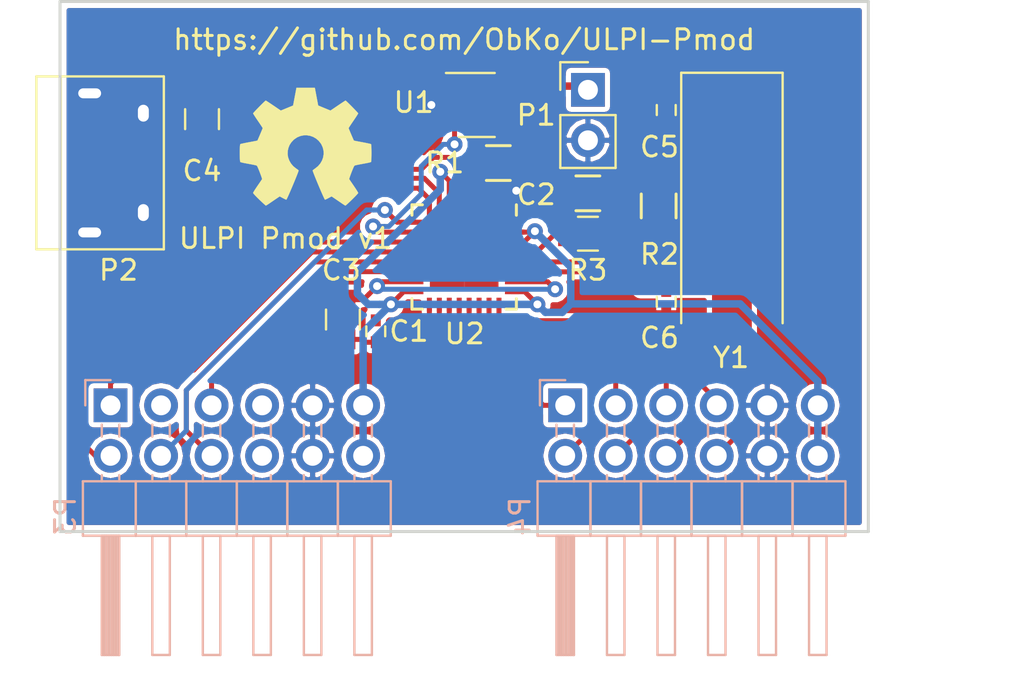
<source format=kicad_pcb>
(kicad_pcb (version 20160815) (host pcbnew "(2017-01-19 revision ba9576b01)-master")

  (general
    (links 65)
    (no_connects 0)
    (area 73.584999 55.804999 114.375001 82.625001)
    (thickness 1.6)
    (drawings 10)
    (tracks 246)
    (zones 0)
    (modules 17)
    (nets 32)
  )

  (page A4)
  (layers
    (0 F.Cu signal)
    (31 B.Cu signal)
    (32 B.Adhes user)
    (33 F.Adhes user)
    (34 B.Paste user)
    (35 F.Paste user)
    (36 B.SilkS user)
    (37 F.SilkS user)
    (38 B.Mask user)
    (39 F.Mask user)
    (40 Dwgs.User user)
    (41 Cmts.User user)
    (42 Eco1.User user)
    (43 Eco2.User user)
    (44 Edge.Cuts user)
    (45 Margin user)
    (46 B.CrtYd user)
    (47 F.CrtYd user)
    (48 B.Fab user)
    (49 F.Fab user)
  )

  (setup
    (last_trace_width 0.25)
    (user_trace_width 0.25)
    (user_trace_width 0.254)
    (user_trace_width 0.375)
    (user_trace_width 0.5)
    (user_trace_width 0.508)
    (trace_clearance 0.2)
    (zone_clearance 0.254)
    (zone_45_only no)
    (trace_min 0.2)
    (segment_width 0.2)
    (edge_width 0.15)
    (via_size 0.8)
    (via_drill 0.4)
    (via_min_size 0.4)
    (via_min_drill 0.3)
    (uvia_size 0.3)
    (uvia_drill 0.1)
    (uvias_allowed no)
    (uvia_min_size 0.2)
    (uvia_min_drill 0.1)
    (pcb_text_width 0.3)
    (pcb_text_size 1.5 1.5)
    (mod_edge_width 0.15)
    (mod_text_size 1 1)
    (mod_text_width 0.15)
    (pad_size 0.95 1.25)
    (pad_drill 0.55)
    (pad_to_mask_clearance 0.2)
    (aux_axis_origin 0 0)
    (visible_elements FFFFFF7F)
    (pcbplotparams
      (layerselection 0x00030_ffffffff)
      (usegerberextensions false)
      (excludeedgelayer true)
      (linewidth 0.100000)
      (plotframeref false)
      (viasonmask false)
      (mode 1)
      (useauxorigin false)
      (hpglpennumber 1)
      (hpglpenspeed 20)
      (hpglpendiameter 15)
      (psnegative false)
      (psa4output false)
      (plotreference true)
      (plotvalue true)
      (plotinvisibletext false)
      (padsonsilk false)
      (subtractmaskfromsilk false)
      (outputformat 1)
      (mirror false)
      (drillshape 1)
      (scaleselection 1)
      (outputdirectory ""))
  )

  (net 0 "")
  (net 1 GND)
  (net 2 +3V3)
  (net 3 "Net-(C2-Pad1)")
  (net 4 "Net-(C3-Pad1)")
  (net 5 "Net-(C4-Pad1)")
  (net 6 "Net-(C5-Pad1)")
  (net 7 "Net-(C6-Pad1)")
  (net 8 +5V)
  (net 9 "Net-(P2-Pad4)")
  (net 10 "Net-(P3-Pad8)")
  (net 11 "Net-(P3-Pad7)")
  (net 12 /ULPI_DIR)
  (net 13 /ULPI_CLK)
  (net 14 /ULPI_RESET)
  (net 15 "Net-(P3-Pad3)")
  (net 16 /ULPI_NXT)
  (net 17 /ULPI_STP)
  (net 18 /ULPI_DATA0)
  (net 19 /ULPI_DATA1)
  (net 20 /ULPI_DATA2)
  (net 21 /ULPI_DATA3)
  (net 22 /ULPI_DATA4)
  (net 23 /ULPI_DATA5)
  (net 24 /ULPI_DATA6)
  (net 25 /ULPI_DATA7)
  (net 26 "Net-(R1-Pad1)")
  (net 27 "Net-(R3-Pad1)")
  (net 28 /CPEN)
  (net 29 /EXTVBUS)
  (net 30 /D+)
  (net 31 /D-)

  (net_class Default "This is the default net class."
    (clearance 0.2)
    (trace_width 0.25)
    (via_dia 0.8)
    (via_drill 0.4)
    (uvia_dia 0.3)
    (uvia_drill 0.1)
    (add_net +3V3)
    (add_net +5V)
    (add_net /CPEN)
    (add_net /D+)
    (add_net /D-)
    (add_net /EXTVBUS)
    (add_net /ULPI_CLK)
    (add_net /ULPI_DATA0)
    (add_net /ULPI_DATA1)
    (add_net /ULPI_DATA2)
    (add_net /ULPI_DATA3)
    (add_net /ULPI_DATA4)
    (add_net /ULPI_DATA5)
    (add_net /ULPI_DATA6)
    (add_net /ULPI_DATA7)
    (add_net /ULPI_DIR)
    (add_net /ULPI_NXT)
    (add_net /ULPI_RESET)
    (add_net /ULPI_STP)
    (add_net GND)
    (add_net "Net-(C2-Pad1)")
    (add_net "Net-(C3-Pad1)")
    (add_net "Net-(C4-Pad1)")
    (add_net "Net-(C5-Pad1)")
    (add_net "Net-(C6-Pad1)")
    (add_net "Net-(P2-Pad4)")
    (add_net "Net-(P3-Pad3)")
    (add_net "Net-(P3-Pad7)")
    (add_net "Net-(P3-Pad8)")
    (add_net "Net-(R1-Pad1)")
    (add_net "Net-(R3-Pad1)")
  )

  (module Symbols:OSHW-Symbol_6.7x6mm_SilkScreen (layer F.Cu) (tedit 0) (tstamp 58887B00)
    (at 86 63.2)
    (descr "Open Source Hardware Symbol")
    (tags "Logo Symbol OSHW")
    (attr virtual)
    (fp_text reference REF*** (at 0 0) (layer F.SilkS) hide
      (effects (font (size 1 1) (thickness 0.15)))
    )
    (fp_text value OSHW-Symbol_6.7x6mm_SilkScreen (at 0.75 0) (layer F.Fab) hide
      (effects (font (size 1 1) (thickness 0.15)))
    )
    (fp_poly (pts (xy 0.555814 -2.531069) (xy 0.639635 -2.086445) (xy 0.94892 -1.958947) (xy 1.258206 -1.831449)
      (xy 1.629246 -2.083754) (xy 1.733157 -2.154004) (xy 1.827087 -2.216728) (xy 1.906652 -2.269062)
      (xy 1.96747 -2.308143) (xy 2.005157 -2.331107) (xy 2.015421 -2.336058) (xy 2.03391 -2.323324)
      (xy 2.07342 -2.288118) (xy 2.129522 -2.234938) (xy 2.197787 -2.168282) (xy 2.273786 -2.092646)
      (xy 2.353092 -2.012528) (xy 2.431275 -1.932426) (xy 2.503907 -1.856836) (xy 2.566559 -1.790255)
      (xy 2.614803 -1.737182) (xy 2.64421 -1.702113) (xy 2.651241 -1.690377) (xy 2.641123 -1.66874)
      (xy 2.612759 -1.621338) (xy 2.569129 -1.552807) (xy 2.513218 -1.467785) (xy 2.448006 -1.370907)
      (xy 2.410219 -1.31565) (xy 2.341343 -1.214752) (xy 2.28014 -1.123701) (xy 2.229578 -1.04703)
      (xy 2.192628 -0.989272) (xy 2.172258 -0.954957) (xy 2.169197 -0.947746) (xy 2.176136 -0.927252)
      (xy 2.195051 -0.879487) (xy 2.223087 -0.811168) (xy 2.257391 -0.729011) (xy 2.295109 -0.63973)
      (xy 2.333387 -0.550042) (xy 2.36937 -0.466662) (xy 2.400206 -0.396306) (xy 2.423039 -0.34569)
      (xy 2.435017 -0.321529) (xy 2.435724 -0.320578) (xy 2.454531 -0.315964) (xy 2.504618 -0.305672)
      (xy 2.580793 -0.290713) (xy 2.677865 -0.272099) (xy 2.790643 -0.250841) (xy 2.856442 -0.238582)
      (xy 2.97695 -0.215638) (xy 3.085797 -0.193805) (xy 3.177476 -0.174278) (xy 3.246481 -0.158252)
      (xy 3.287304 -0.146921) (xy 3.295511 -0.143326) (xy 3.303548 -0.118994) (xy 3.310033 -0.064041)
      (xy 3.31497 0.015108) (xy 3.318364 0.112026) (xy 3.320218 0.220287) (xy 3.320538 0.333465)
      (xy 3.319327 0.445135) (xy 3.31659 0.548868) (xy 3.312331 0.638241) (xy 3.306555 0.706826)
      (xy 3.299267 0.748197) (xy 3.294895 0.75681) (xy 3.268764 0.767133) (xy 3.213393 0.781892)
      (xy 3.136107 0.799352) (xy 3.04423 0.81778) (xy 3.012158 0.823741) (xy 2.857524 0.852066)
      (xy 2.735375 0.874876) (xy 2.641673 0.89308) (xy 2.572384 0.907583) (xy 2.523471 0.919292)
      (xy 2.490897 0.929115) (xy 2.470628 0.937956) (xy 2.458626 0.946724) (xy 2.456947 0.948457)
      (xy 2.440184 0.976371) (xy 2.414614 1.030695) (xy 2.382788 1.104777) (xy 2.34726 1.191965)
      (xy 2.310583 1.285608) (xy 2.275311 1.379052) (xy 2.243996 1.465647) (xy 2.219193 1.53874)
      (xy 2.203454 1.591678) (xy 2.199332 1.617811) (xy 2.199676 1.618726) (xy 2.213641 1.640086)
      (xy 2.245322 1.687084) (xy 2.291391 1.754827) (xy 2.348518 1.838423) (xy 2.413373 1.932982)
      (xy 2.431843 1.959854) (xy 2.497699 2.057275) (xy 2.55565 2.146163) (xy 2.602538 2.221412)
      (xy 2.635207 2.27792) (xy 2.6505 2.310581) (xy 2.651241 2.314593) (xy 2.638392 2.335684)
      (xy 2.602888 2.377464) (xy 2.549293 2.435445) (xy 2.482171 2.505135) (xy 2.406087 2.582045)
      (xy 2.325604 2.661683) (xy 2.245287 2.739561) (xy 2.169699 2.811186) (xy 2.103405 2.87207)
      (xy 2.050969 2.917721) (xy 2.016955 2.94365) (xy 2.007545 2.947883) (xy 1.985643 2.937912)
      (xy 1.9408 2.91102) (xy 1.880321 2.871736) (xy 1.833789 2.840117) (xy 1.749475 2.782098)
      (xy 1.649626 2.713784) (xy 1.549473 2.645579) (xy 1.495627 2.609075) (xy 1.313371 2.4858)
      (xy 1.160381 2.56852) (xy 1.090682 2.604759) (xy 1.031414 2.632926) (xy 0.991311 2.648991)
      (xy 0.981103 2.651226) (xy 0.968829 2.634722) (xy 0.944613 2.588082) (xy 0.910263 2.515609)
      (xy 0.867588 2.421606) (xy 0.818394 2.310374) (xy 0.76449 2.186215) (xy 0.707684 2.053432)
      (xy 0.649782 1.916327) (xy 0.592593 1.779202) (xy 0.537924 1.646358) (xy 0.487584 1.522098)
      (xy 0.44338 1.410725) (xy 0.407119 1.316539) (xy 0.380609 1.243844) (xy 0.365658 1.196941)
      (xy 0.363254 1.180833) (xy 0.382311 1.160286) (xy 0.424036 1.126933) (xy 0.479706 1.087702)
      (xy 0.484378 1.084599) (xy 0.628264 0.969423) (xy 0.744283 0.835053) (xy 0.83143 0.685784)
      (xy 0.888699 0.525913) (xy 0.915086 0.359737) (xy 0.909585 0.191552) (xy 0.87119 0.025655)
      (xy 0.798895 -0.133658) (xy 0.777626 -0.168513) (xy 0.666996 -0.309263) (xy 0.536302 -0.422286)
      (xy 0.390064 -0.506997) (xy 0.232808 -0.562806) (xy 0.069057 -0.589126) (xy -0.096667 -0.58537)
      (xy -0.259838 -0.55095) (xy -0.415935 -0.485277) (xy -0.560433 -0.387765) (xy -0.605131 -0.348187)
      (xy -0.718888 -0.224297) (xy -0.801782 -0.093876) (xy -0.858644 0.052315) (xy -0.890313 0.197088)
      (xy -0.898131 0.35986) (xy -0.872062 0.52344) (xy -0.814755 0.682298) (xy -0.728856 0.830906)
      (xy -0.617014 0.963735) (xy -0.481877 1.075256) (xy -0.464117 1.087011) (xy -0.40785 1.125508)
      (xy -0.365077 1.158863) (xy -0.344628 1.18016) (xy -0.344331 1.180833) (xy -0.348721 1.203871)
      (xy -0.366124 1.256157) (xy -0.394732 1.33339) (xy -0.432735 1.431268) (xy -0.478326 1.545491)
      (xy -0.529697 1.671758) (xy -0.585038 1.805767) (xy -0.642542 1.943218) (xy -0.700399 2.079808)
      (xy -0.756802 2.211237) (xy -0.809942 2.333205) (xy -0.85801 2.441409) (xy -0.899199 2.531549)
      (xy -0.931699 2.599323) (xy -0.953703 2.64043) (xy -0.962564 2.651226) (xy -0.98964 2.642819)
      (xy -1.040303 2.620272) (xy -1.105817 2.587613) (xy -1.141841 2.56852) (xy -1.294832 2.4858)
      (xy -1.477088 2.609075) (xy -1.570125 2.672228) (xy -1.671985 2.741727) (xy -1.767438 2.807165)
      (xy -1.81525 2.840117) (xy -1.882495 2.885273) (xy -1.939436 2.921057) (xy -1.978646 2.942938)
      (xy -1.991381 2.947563) (xy -2.009917 2.935085) (xy -2.050941 2.900252) (xy -2.110475 2.846678)
      (xy -2.184542 2.777983) (xy -2.269165 2.697781) (xy -2.322685 2.646286) (xy -2.416319 2.554286)
      (xy -2.497241 2.471999) (xy -2.562177 2.402945) (xy -2.607858 2.350644) (xy -2.631011 2.318616)
      (xy -2.633232 2.312116) (xy -2.622924 2.287394) (xy -2.594439 2.237405) (xy -2.550937 2.167212)
      (xy -2.495577 2.081875) (xy -2.43152 1.986456) (xy -2.413303 1.959854) (xy -2.346927 1.863167)
      (xy -2.287378 1.776117) (xy -2.237984 1.703595) (xy -2.202075 1.650493) (xy -2.182981 1.621703)
      (xy -2.181136 1.618726) (xy -2.183895 1.595782) (xy -2.198538 1.545336) (xy -2.222513 1.474041)
      (xy -2.253266 1.388547) (xy -2.288244 1.295507) (xy -2.324893 1.201574) (xy -2.360661 1.113399)
      (xy -2.392994 1.037634) (xy -2.419338 0.980931) (xy -2.437142 0.949943) (xy -2.438407 0.948457)
      (xy -2.449294 0.939601) (xy -2.467682 0.930843) (xy -2.497606 0.921277) (xy -2.543103 0.909996)
      (xy -2.608209 0.896093) (xy -2.696961 0.878663) (xy -2.813393 0.856798) (xy -2.961542 0.829591)
      (xy -2.993618 0.823741) (xy -3.088686 0.805374) (xy -3.171565 0.787405) (xy -3.23493 0.771569)
      (xy -3.271458 0.7596) (xy -3.276356 0.75681) (xy -3.284427 0.732072) (xy -3.290987 0.67679)
      (xy -3.296033 0.597389) (xy -3.299559 0.500296) (xy -3.301561 0.391938) (xy -3.302036 0.27874)
      (xy -3.300977 0.167128) (xy -3.298382 0.063529) (xy -3.294246 -0.025632) (xy -3.288563 -0.093928)
      (xy -3.281331 -0.134934) (xy -3.276971 -0.143326) (xy -3.252698 -0.151792) (xy -3.197426 -0.165565)
      (xy -3.116662 -0.18345) (xy -3.015912 -0.204252) (xy -2.900683 -0.226777) (xy -2.837902 -0.238582)
      (xy -2.718787 -0.260849) (xy -2.612565 -0.281021) (xy -2.524427 -0.298085) (xy -2.459566 -0.311031)
      (xy -2.423174 -0.318845) (xy -2.417184 -0.320578) (xy -2.407061 -0.34011) (xy -2.385662 -0.387157)
      (xy -2.355839 -0.454997) (xy -2.320445 -0.536909) (xy -2.282332 -0.626172) (xy -2.244353 -0.716065)
      (xy -2.20936 -0.799865) (xy -2.180206 -0.870853) (xy -2.159743 -0.922306) (xy -2.150823 -0.947503)
      (xy -2.150657 -0.948604) (xy -2.160769 -0.968481) (xy -2.189117 -1.014223) (xy -2.232723 -1.081283)
      (xy -2.288606 -1.165116) (xy -2.353787 -1.261174) (xy -2.391679 -1.31635) (xy -2.460725 -1.417519)
      (xy -2.52205 -1.50937) (xy -2.572663 -1.587256) (xy -2.609571 -1.646531) (xy -2.629782 -1.682549)
      (xy -2.632701 -1.690623) (xy -2.620153 -1.709416) (xy -2.585463 -1.749543) (xy -2.533063 -1.806507)
      (xy -2.467384 -1.875815) (xy -2.392856 -1.952969) (xy -2.313913 -2.033475) (xy -2.234983 -2.112837)
      (xy -2.1605 -2.18656) (xy -2.094894 -2.250148) (xy -2.042596 -2.299106) (xy -2.008039 -2.328939)
      (xy -1.996478 -2.336058) (xy -1.977654 -2.326047) (xy -1.932631 -2.297922) (xy -1.865787 -2.254546)
      (xy -1.781499 -2.198782) (xy -1.684144 -2.133494) (xy -1.610707 -2.083754) (xy -1.239667 -1.831449)
      (xy -0.621095 -2.086445) (xy -0.537275 -2.531069) (xy -0.453454 -2.975693) (xy 0.471994 -2.975693)
      (xy 0.555814 -2.531069)) (layer F.SilkS) (width 0.01))
  )

  (module Connectors:USB_Micro-B (layer F.Cu) (tedit 5888754A) (tstamp 5885D033)
    (at 76.5 64 270)
    (descr "Micro USB Type B Receptacle")
    (tags "USB USB_B USB_micro USB_OTG")
    (path /5885A22A)
    (attr smd)
    (fp_text reference P2 (at 5.4 -0.1 360) (layer F.SilkS)
      (effects (font (size 1 1) (thickness 0.15)))
    )
    (fp_text value USB_OTG (at 0 5.01 270) (layer F.Fab)
      (effects (font (size 1 1) (thickness 0.15)))
    )
    (fp_line (start -4.35 4.03) (end -4.35 -2.38) (layer F.SilkS) (width 0.12))
    (fp_line (start 4.35 2.8) (end -4.35 2.8) (layer F.SilkS) (width 0.12))
    (fp_line (start 4.35 -2.38) (end 4.35 4.03) (layer F.SilkS) (width 0.12))
    (fp_line (start -4.35 -2.38) (end 4.35 -2.38) (layer F.SilkS) (width 0.12))
    (fp_line (start -4.35 4.03) (end 4.35 4.03) (layer F.SilkS) (width 0.12))
    (fp_line (start -4.6 4.26) (end -4.6 -2.59) (layer F.CrtYd) (width 0.05))
    (fp_line (start 4.6 4.26) (end -4.6 4.26) (layer F.CrtYd) (width 0.05))
    (fp_line (start 4.6 -2.59) (end 4.6 4.26) (layer F.CrtYd) (width 0.05))
    (fp_line (start -4.6 -2.59) (end 4.6 -2.59) (layer F.CrtYd) (width 0.05))
    (pad 6 thru_hole oval (at 3.5 1.35) (size 1.55 1) (drill oval 1.15 0.5) (layers *.Cu *.Mask)
      (net 1 GND) (zone_connect 2))
    (pad 6 thru_hole oval (at -3.5 1.35) (size 1.55 1) (drill oval 1.15 0.5) (layers *.Cu *.Mask)
      (net 1 GND) (zone_connect 2))
    (pad 6 thru_hole oval (at 2.5 -1.35) (size 0.95 1.25) (drill oval 0.55 0.85) (layers *.Cu *.Mask)
      (net 1 GND) (zone_connect 2))
    (pad 6 thru_hole oval (at -2.5 -1.35) (size 0.95 1.25) (drill oval 0.55 0.85) (layers *.Cu *.Mask)
      (net 1 GND) (zone_connect 2))
    (pad 5 smd rect (at 1.3 -1.35) (size 1.35 0.4) (layers F.Cu F.Paste F.Mask)
      (net 1 GND))
    (pad 4 smd rect (at 0.65 -1.35) (size 1.35 0.4) (layers F.Cu F.Paste F.Mask)
      (net 9 "Net-(P2-Pad4)"))
    (pad 3 smd rect (at 0 -1.35) (size 1.35 0.4) (layers F.Cu F.Paste F.Mask)
      (net 30 /D+))
    (pad 2 smd rect (at -0.65 -1.35) (size 1.35 0.4) (layers F.Cu F.Paste F.Mask)
      (net 31 /D-))
    (pad 1 smd rect (at -1.3 -1.35) (size 1.35 0.4) (layers F.Cu F.Paste F.Mask)
      (net 5 "Net-(C4-Pad1)"))
  )

  (module Crystals:Crystal_SMD_HC49-SD (layer F.Cu) (tedit 5873B462) (tstamp 5885D09C)
    (at 107.442 66.167 270)
    (descr "SMD Crystal HC-49-SD http://cdn-reichelt.de/documents/datenblatt/B400/xxx-HC49-SMD.pdf, 11.4x4.7mm^2 package")
    (tags "SMD SMT crystal")
    (path /5885BD77)
    (attr smd)
    (fp_text reference Y1 (at 7.633 0.042 360) (layer F.SilkS)
      (effects (font (size 1 1) (thickness 0.15)))
    )
    (fp_text value Crystal (at 0 3.55 270) (layer F.Fab)
      (effects (font (size 1 1) (thickness 0.15)))
    )
    (fp_line (start 6.8 -2.6) (end -6.8 -2.6) (layer F.CrtYd) (width 0.05))
    (fp_line (start 6.8 2.6) (end 6.8 -2.6) (layer F.CrtYd) (width 0.05))
    (fp_line (start -6.8 2.6) (end 6.8 2.6) (layer F.CrtYd) (width 0.05))
    (fp_line (start -6.8 -2.6) (end -6.8 2.6) (layer F.CrtYd) (width 0.05))
    (fp_line (start -6.7 2.55) (end 5.9 2.55) (layer F.SilkS) (width 0.12))
    (fp_line (start -6.7 -2.55) (end -6.7 2.55) (layer F.SilkS) (width 0.12))
    (fp_line (start 5.9 -2.55) (end -6.7 -2.55) (layer F.SilkS) (width 0.12))
    (fp_line (start -3.015 2.115) (end 3.015 2.115) (layer F.Fab) (width 0.1))
    (fp_line (start -3.015 -2.115) (end 3.015 -2.115) (layer F.Fab) (width 0.1))
    (fp_line (start 5.7 -2.35) (end -5.7 -2.35) (layer F.Fab) (width 0.1))
    (fp_line (start 5.7 2.35) (end 5.7 -2.35) (layer F.Fab) (width 0.1))
    (fp_line (start -5.7 2.35) (end 5.7 2.35) (layer F.Fab) (width 0.1))
    (fp_line (start -5.7 -2.35) (end -5.7 2.35) (layer F.Fab) (width 0.1))
    (fp_arc (start 3.015 0) (end 3.015 -2.115) (angle 180) (layer F.Fab) (width 0.1))
    (fp_arc (start -3.015 0) (end -3.015 -2.115) (angle -180) (layer F.Fab) (width 0.1))
    (pad 2 smd rect (at 4.25 0 270) (size 4.5 2) (layers F.Cu F.Mask)
      (net 7 "Net-(C6-Pad1)"))
    (pad 1 smd rect (at -4.25 0 270) (size 4.5 2) (layers F.Cu F.Mask)
      (net 6 "Net-(C5-Pad1)"))
    (model Crystals.3dshapes/Crystal_SMD_HC49-SD.wrl
      (at (xyz 0 0 0))
      (scale (xyz 1 1 1))
      (rotate (xyz 0 0 0))
    )
  )

  (module Capacitors_SMD:C_0402 (layer F.Cu) (tedit 5415D599) (tstamp 5885D002)
    (at 89.535 72.475 270)
    (descr "Capacitor SMD 0402, reflow soldering, AVX (see smccp.pdf)")
    (tags "capacitor 0402")
    (path /5885DC31)
    (attr smd)
    (fp_text reference C1 (at 0 -1.665 360) (layer F.SilkS)
      (effects (font (size 1 1) (thickness 0.15)))
    )
    (fp_text value 100nF (at 0 1.7 270) (layer F.Fab)
      (effects (font (size 1 1) (thickness 0.15)))
    )
    (fp_line (start -0.25 0.475) (end 0.25 0.475) (layer F.SilkS) (width 0.12))
    (fp_line (start 0.25 -0.475) (end -0.25 -0.475) (layer F.SilkS) (width 0.12))
    (fp_line (start 1.15 -0.6) (end 1.15 0.6) (layer F.CrtYd) (width 0.05))
    (fp_line (start -1.15 -0.6) (end -1.15 0.6) (layer F.CrtYd) (width 0.05))
    (fp_line (start -1.15 0.6) (end 1.15 0.6) (layer F.CrtYd) (width 0.05))
    (fp_line (start -1.15 -0.6) (end 1.15 -0.6) (layer F.CrtYd) (width 0.05))
    (fp_line (start -0.5 -0.25) (end 0.5 -0.25) (layer F.Fab) (width 0.1))
    (fp_line (start 0.5 -0.25) (end 0.5 0.25) (layer F.Fab) (width 0.1))
    (fp_line (start 0.5 0.25) (end -0.5 0.25) (layer F.Fab) (width 0.1))
    (fp_line (start -0.5 0.25) (end -0.5 -0.25) (layer F.Fab) (width 0.1))
    (pad 2 smd rect (at 0.55 0 270) (size 0.6 0.5) (layers F.Cu F.Paste F.Mask)
      (net 1 GND))
    (pad 1 smd rect (at -0.55 0 270) (size 0.6 0.5) (layers F.Cu F.Paste F.Mask)
      (net 2 +3V3))
    (model Capacitors_SMD.3dshapes/C_0402.wrl
      (at (xyz 0 0 0))
      (scale (xyz 1 1 1))
      (rotate (xyz 0 0 0))
    )
  )

  (module Capacitors_SMD:C_0805 (layer F.Cu) (tedit 5415D6EA) (tstamp 5885D008)
    (at 100.203 67.564)
    (descr "Capacitor SMD 0805, reflow soldering, AVX (see smccp.pdf)")
    (tags "capacitor 0805")
    (path /5885D595)
    (attr smd)
    (fp_text reference C2 (at -2.603 -1.964) (layer F.SilkS)
      (effects (font (size 1 1) (thickness 0.15)))
    )
    (fp_text value 4.7μF (at 0 2.1) (layer F.Fab)
      (effects (font (size 1 1) (thickness 0.15)))
    )
    (fp_line (start -1 0.625) (end -1 -0.625) (layer F.Fab) (width 0.1))
    (fp_line (start 1 0.625) (end -1 0.625) (layer F.Fab) (width 0.1))
    (fp_line (start 1 -0.625) (end 1 0.625) (layer F.Fab) (width 0.1))
    (fp_line (start -1 -0.625) (end 1 -0.625) (layer F.Fab) (width 0.1))
    (fp_line (start -1.8 -1) (end 1.8 -1) (layer F.CrtYd) (width 0.05))
    (fp_line (start -1.8 1) (end 1.8 1) (layer F.CrtYd) (width 0.05))
    (fp_line (start -1.8 -1) (end -1.8 1) (layer F.CrtYd) (width 0.05))
    (fp_line (start 1.8 -1) (end 1.8 1) (layer F.CrtYd) (width 0.05))
    (fp_line (start 0.5 -0.85) (end -0.5 -0.85) (layer F.SilkS) (width 0.12))
    (fp_line (start -0.5 0.85) (end 0.5 0.85) (layer F.SilkS) (width 0.12))
    (pad 1 smd rect (at -1 0) (size 1 1.25) (layers F.Cu F.Paste F.Mask)
      (net 3 "Net-(C2-Pad1)"))
    (pad 2 smd rect (at 1 0) (size 1 1.25) (layers F.Cu F.Paste F.Mask)
      (net 1 GND))
    (model Capacitors_SMD.3dshapes/C_0805.wrl
      (at (xyz 0 0 0))
      (scale (xyz 1 1 1))
      (rotate (xyz 0 0 0))
    )
  )

  (module Capacitors_SMD:C_0805 (layer F.Cu) (tedit 5415D6EA) (tstamp 5885D00E)
    (at 87.884 71.882 270)
    (descr "Capacitor SMD 0805, reflow soldering, AVX (see smccp.pdf)")
    (tags "capacitor 0805")
    (path /5885D60F)
    (attr smd)
    (fp_text reference C3 (at -2.482 0.084 360) (layer F.SilkS)
      (effects (font (size 1 1) (thickness 0.15)))
    )
    (fp_text value 4.7μF (at 0 2.1 270) (layer F.Fab)
      (effects (font (size 1 1) (thickness 0.15)))
    )
    (fp_line (start -0.5 0.85) (end 0.5 0.85) (layer F.SilkS) (width 0.12))
    (fp_line (start 0.5 -0.85) (end -0.5 -0.85) (layer F.SilkS) (width 0.12))
    (fp_line (start 1.8 -1) (end 1.8 1) (layer F.CrtYd) (width 0.05))
    (fp_line (start -1.8 -1) (end -1.8 1) (layer F.CrtYd) (width 0.05))
    (fp_line (start -1.8 1) (end 1.8 1) (layer F.CrtYd) (width 0.05))
    (fp_line (start -1.8 -1) (end 1.8 -1) (layer F.CrtYd) (width 0.05))
    (fp_line (start -1 -0.625) (end 1 -0.625) (layer F.Fab) (width 0.1))
    (fp_line (start 1 -0.625) (end 1 0.625) (layer F.Fab) (width 0.1))
    (fp_line (start 1 0.625) (end -1 0.625) (layer F.Fab) (width 0.1))
    (fp_line (start -1 0.625) (end -1 -0.625) (layer F.Fab) (width 0.1))
    (pad 2 smd rect (at 1 0 270) (size 1 1.25) (layers F.Cu F.Paste F.Mask)
      (net 1 GND))
    (pad 1 smd rect (at -1 0 270) (size 1 1.25) (layers F.Cu F.Paste F.Mask)
      (net 4 "Net-(C3-Pad1)"))
    (model Capacitors_SMD.3dshapes/C_0805.wrl
      (at (xyz 0 0 0))
      (scale (xyz 1 1 1))
      (rotate (xyz 0 0 0))
    )
  )

  (module Capacitors_SMD:C_0805 (layer F.Cu) (tedit 5415D6EA) (tstamp 5885D014)
    (at 80.8 61.8 90)
    (descr "Capacitor SMD 0805, reflow soldering, AVX (see smccp.pdf)")
    (tags "capacitor 0805")
    (path /5885B90B)
    (attr smd)
    (fp_text reference C4 (at -2.6 0 180) (layer F.SilkS)
      (effects (font (size 1 1) (thickness 0.15)))
    )
    (fp_text value 4.7μF (at 0 2.1 90) (layer F.Fab)
      (effects (font (size 1 1) (thickness 0.15)))
    )
    (fp_line (start -0.5 0.85) (end 0.5 0.85) (layer F.SilkS) (width 0.12))
    (fp_line (start 0.5 -0.85) (end -0.5 -0.85) (layer F.SilkS) (width 0.12))
    (fp_line (start 1.8 -1) (end 1.8 1) (layer F.CrtYd) (width 0.05))
    (fp_line (start -1.8 -1) (end -1.8 1) (layer F.CrtYd) (width 0.05))
    (fp_line (start -1.8 1) (end 1.8 1) (layer F.CrtYd) (width 0.05))
    (fp_line (start -1.8 -1) (end 1.8 -1) (layer F.CrtYd) (width 0.05))
    (fp_line (start -1 -0.625) (end 1 -0.625) (layer F.Fab) (width 0.1))
    (fp_line (start 1 -0.625) (end 1 0.625) (layer F.Fab) (width 0.1))
    (fp_line (start 1 0.625) (end -1 0.625) (layer F.Fab) (width 0.1))
    (fp_line (start -1 0.625) (end -1 -0.625) (layer F.Fab) (width 0.1))
    (pad 2 smd rect (at 1 0 90) (size 1 1.25) (layers F.Cu F.Paste F.Mask)
      (net 1 GND))
    (pad 1 smd rect (at -1 0 90) (size 1 1.25) (layers F.Cu F.Paste F.Mask)
      (net 5 "Net-(C4-Pad1)"))
    (model Capacitors_SMD.3dshapes/C_0805.wrl
      (at (xyz 0 0 0))
      (scale (xyz 1 1 1))
      (rotate (xyz 0 0 0))
    )
  )

  (module Capacitors_SMD:C_0402 (layer F.Cu) (tedit 5415D599) (tstamp 5885D01A)
    (at 104.14 61.341 90)
    (descr "Capacitor SMD 0402, reflow soldering, AVX (see smccp.pdf)")
    (tags "capacitor 0402")
    (path /5885C7F4)
    (attr smd)
    (fp_text reference C5 (at -1.859 -0.34 180) (layer F.SilkS)
      (effects (font (size 1 1) (thickness 0.15)))
    )
    (fp_text value 22pF (at 0 1.7 90) (layer F.Fab)
      (effects (font (size 1 1) (thickness 0.15)))
    )
    (fp_line (start -0.25 0.475) (end 0.25 0.475) (layer F.SilkS) (width 0.12))
    (fp_line (start 0.25 -0.475) (end -0.25 -0.475) (layer F.SilkS) (width 0.12))
    (fp_line (start 1.15 -0.6) (end 1.15 0.6) (layer F.CrtYd) (width 0.05))
    (fp_line (start -1.15 -0.6) (end -1.15 0.6) (layer F.CrtYd) (width 0.05))
    (fp_line (start -1.15 0.6) (end 1.15 0.6) (layer F.CrtYd) (width 0.05))
    (fp_line (start -1.15 -0.6) (end 1.15 -0.6) (layer F.CrtYd) (width 0.05))
    (fp_line (start -0.5 -0.25) (end 0.5 -0.25) (layer F.Fab) (width 0.1))
    (fp_line (start 0.5 -0.25) (end 0.5 0.25) (layer F.Fab) (width 0.1))
    (fp_line (start 0.5 0.25) (end -0.5 0.25) (layer F.Fab) (width 0.1))
    (fp_line (start -0.5 0.25) (end -0.5 -0.25) (layer F.Fab) (width 0.1))
    (pad 2 smd rect (at 0.55 0 90) (size 0.6 0.5) (layers F.Cu F.Paste F.Mask)
      (net 1 GND))
    (pad 1 smd rect (at -0.55 0 90) (size 0.6 0.5) (layers F.Cu F.Paste F.Mask)
      (net 6 "Net-(C5-Pad1)"))
    (model Capacitors_SMD.3dshapes/C_0402.wrl
      (at (xyz 0 0 0))
      (scale (xyz 1 1 1))
      (rotate (xyz 0 0 0))
    )
  )

  (module Capacitors_SMD:C_0402 (layer F.Cu) (tedit 5415D599) (tstamp 5885D020)
    (at 104.14 70.993 270)
    (descr "Capacitor SMD 0402, reflow soldering, AVX (see smccp.pdf)")
    (tags "capacitor 0402")
    (path /5885CB9D)
    (attr smd)
    (fp_text reference C6 (at 1.807 0.34 360) (layer F.SilkS)
      (effects (font (size 1 1) (thickness 0.15)))
    )
    (fp_text value 22pF (at 0 1.7 270) (layer F.Fab)
      (effects (font (size 1 1) (thickness 0.15)))
    )
    (fp_line (start -0.5 0.25) (end -0.5 -0.25) (layer F.Fab) (width 0.1))
    (fp_line (start 0.5 0.25) (end -0.5 0.25) (layer F.Fab) (width 0.1))
    (fp_line (start 0.5 -0.25) (end 0.5 0.25) (layer F.Fab) (width 0.1))
    (fp_line (start -0.5 -0.25) (end 0.5 -0.25) (layer F.Fab) (width 0.1))
    (fp_line (start -1.15 -0.6) (end 1.15 -0.6) (layer F.CrtYd) (width 0.05))
    (fp_line (start -1.15 0.6) (end 1.15 0.6) (layer F.CrtYd) (width 0.05))
    (fp_line (start -1.15 -0.6) (end -1.15 0.6) (layer F.CrtYd) (width 0.05))
    (fp_line (start 1.15 -0.6) (end 1.15 0.6) (layer F.CrtYd) (width 0.05))
    (fp_line (start 0.25 -0.475) (end -0.25 -0.475) (layer F.SilkS) (width 0.12))
    (fp_line (start -0.25 0.475) (end 0.25 0.475) (layer F.SilkS) (width 0.12))
    (pad 1 smd rect (at -0.55 0 270) (size 0.6 0.5) (layers F.Cu F.Paste F.Mask)
      (net 7 "Net-(C6-Pad1)"))
    (pad 2 smd rect (at 0.55 0 270) (size 0.6 0.5) (layers F.Cu F.Paste F.Mask)
      (net 1 GND))
    (model Capacitors_SMD.3dshapes/C_0402.wrl
      (at (xyz 0 0 0))
      (scale (xyz 1 1 1))
      (rotate (xyz 0 0 0))
    )
  )

  (module Pin_Headers:Pin_Header_Straight_1x02_Pitch2.54mm (layer F.Cu) (tedit 5862ED52) (tstamp 5885D026)
    (at 100.203 60.325)
    (descr "Through hole straight pin header, 1x02, 2.54mm pitch, single row")
    (tags "Through hole pin header THT 1x02 2.54mm single row")
    (path /5885B664)
    (fp_text reference P1 (at -2.603 1.275) (layer F.SilkS)
      (effects (font (size 1 1) (thickness 0.15)))
    )
    (fp_text value CONN_01X02 (at 0 4.93) (layer F.Fab)
      (effects (font (size 1 1) (thickness 0.15)))
    )
    (fp_line (start 1.6 -1.6) (end -1.6 -1.6) (layer F.CrtYd) (width 0.05))
    (fp_line (start 1.6 4.1) (end 1.6 -1.6) (layer F.CrtYd) (width 0.05))
    (fp_line (start -1.6 4.1) (end 1.6 4.1) (layer F.CrtYd) (width 0.05))
    (fp_line (start -1.6 -1.6) (end -1.6 4.1) (layer F.CrtYd) (width 0.05))
    (fp_line (start -1.39 -1.39) (end 0 -1.39) (layer F.SilkS) (width 0.12))
    (fp_line (start -1.39 0) (end -1.39 -1.39) (layer F.SilkS) (width 0.12))
    (fp_line (start 1.39 1.27) (end -1.39 1.27) (layer F.SilkS) (width 0.12))
    (fp_line (start 1.39 3.93) (end 1.39 1.27) (layer F.SilkS) (width 0.12))
    (fp_line (start -1.39 3.93) (end 1.39 3.93) (layer F.SilkS) (width 0.12))
    (fp_line (start -1.39 1.27) (end -1.39 3.93) (layer F.SilkS) (width 0.12))
    (fp_line (start 1.27 -1.27) (end -1.27 -1.27) (layer F.Fab) (width 0.1))
    (fp_line (start 1.27 3.81) (end 1.27 -1.27) (layer F.Fab) (width 0.1))
    (fp_line (start -1.27 3.81) (end 1.27 3.81) (layer F.Fab) (width 0.1))
    (fp_line (start -1.27 -1.27) (end -1.27 3.81) (layer F.Fab) (width 0.1))
    (pad 2 thru_hole oval (at 0 2.54) (size 1.7 1.7) (drill 1) (layers *.Cu *.Mask)
      (net 1 GND))
    (pad 1 thru_hole rect (at 0 0) (size 1.7 1.7) (drill 1) (layers *.Cu *.Mask)
      (net 8 +5V))
    (model Pin_Headers.3dshapes/Pin_Header_Straight_1x02_Pitch2.54mm.wrl
      (at (xyz 0 -0.05 0))
      (scale (xyz 1 1 1))
      (rotate (xyz 0 0 90))
    )
  )

  (module Pin_Headers:Pin_Header_Angled_2x06_Pitch2.54mm locked (layer B.Cu) (tedit 5862ED53) (tstamp 5885D043)
    (at 76.2 76.2 270)
    (descr "Through hole angled pin header, 2x06, 2.54mm pitch, 6mm pin length, double rows")
    (tags "Through hole angled pin header THT 2x06 2.54mm double row")
    (path /58858C5F)
    (fp_text reference P3 (at 5.585 2.27 270) (layer B.SilkS)
      (effects (font (size 1 1) (thickness 0.15)) (justify mirror))
    )
    (fp_text value JB (at 5.585 -14.97 270) (layer B.Fab)
      (effects (font (size 1 1) (thickness 0.15)) (justify mirror))
    )
    (fp_line (start 12.7 1.6) (end -1.6 1.6) (layer B.CrtYd) (width 0.05))
    (fp_line (start 12.7 -14.3) (end 12.7 1.6) (layer B.CrtYd) (width 0.05))
    (fp_line (start -1.6 -14.3) (end 12.7 -14.3) (layer B.CrtYd) (width 0.05))
    (fp_line (start -1.6 1.6) (end -1.6 -14.3) (layer B.CrtYd) (width 0.05))
    (fp_line (start -1.27 1.27) (end 0 1.27) (layer B.SilkS) (width 0.12))
    (fp_line (start -1.27 0) (end -1.27 1.27) (layer B.SilkS) (width 0.12))
    (fp_line (start 0.97 -13.14) (end 1.57 -13.14) (layer B.SilkS) (width 0.12))
    (fp_line (start 0.97 -12.26) (end 1.57 -12.26) (layer B.SilkS) (width 0.12))
    (fp_line (start 3.51 -13.14) (end 3.82 -13.14) (layer B.SilkS) (width 0.12))
    (fp_line (start 3.51 -12.26) (end 3.82 -12.26) (layer B.SilkS) (width 0.12))
    (fp_line (start 12.56 -12.26) (end 6.56 -12.26) (layer B.SilkS) (width 0.12))
    (fp_line (start 12.56 -13.14) (end 12.56 -12.26) (layer B.SilkS) (width 0.12))
    (fp_line (start 6.56 -13.14) (end 12.56 -13.14) (layer B.SilkS) (width 0.12))
    (fp_line (start 6.56 -12.26) (end 6.56 -13.14) (layer B.SilkS) (width 0.12))
    (fp_line (start 6.56 -11.43) (end 3.82 -11.43) (layer B.SilkS) (width 0.12))
    (fp_line (start 6.56 -14.09) (end 6.56 -11.43) (layer B.SilkS) (width 0.12))
    (fp_line (start 3.82 -14.09) (end 6.56 -14.09) (layer B.SilkS) (width 0.12))
    (fp_line (start 3.82 -11.43) (end 3.82 -14.09) (layer B.SilkS) (width 0.12))
    (fp_line (start 0.97 -10.6) (end 1.57 -10.6) (layer B.SilkS) (width 0.12))
    (fp_line (start 0.97 -9.72) (end 1.57 -9.72) (layer B.SilkS) (width 0.12))
    (fp_line (start 3.51 -10.6) (end 3.82 -10.6) (layer B.SilkS) (width 0.12))
    (fp_line (start 3.51 -9.72) (end 3.82 -9.72) (layer B.SilkS) (width 0.12))
    (fp_line (start 12.56 -9.72) (end 6.56 -9.72) (layer B.SilkS) (width 0.12))
    (fp_line (start 12.56 -10.6) (end 12.56 -9.72) (layer B.SilkS) (width 0.12))
    (fp_line (start 6.56 -10.6) (end 12.56 -10.6) (layer B.SilkS) (width 0.12))
    (fp_line (start 6.56 -9.72) (end 6.56 -10.6) (layer B.SilkS) (width 0.12))
    (fp_line (start 6.56 -8.89) (end 3.82 -8.89) (layer B.SilkS) (width 0.12))
    (fp_line (start 6.56 -11.43) (end 6.56 -8.89) (layer B.SilkS) (width 0.12))
    (fp_line (start 3.82 -11.43) (end 6.56 -11.43) (layer B.SilkS) (width 0.12))
    (fp_line (start 3.82 -8.89) (end 3.82 -11.43) (layer B.SilkS) (width 0.12))
    (fp_line (start 0.97 -8.06) (end 1.57 -8.06) (layer B.SilkS) (width 0.12))
    (fp_line (start 0.97 -7.18) (end 1.57 -7.18) (layer B.SilkS) (width 0.12))
    (fp_line (start 3.51 -8.06) (end 3.82 -8.06) (layer B.SilkS) (width 0.12))
    (fp_line (start 3.51 -7.18) (end 3.82 -7.18) (layer B.SilkS) (width 0.12))
    (fp_line (start 12.56 -7.18) (end 6.56 -7.18) (layer B.SilkS) (width 0.12))
    (fp_line (start 12.56 -8.06) (end 12.56 -7.18) (layer B.SilkS) (width 0.12))
    (fp_line (start 6.56 -8.06) (end 12.56 -8.06) (layer B.SilkS) (width 0.12))
    (fp_line (start 6.56 -7.18) (end 6.56 -8.06) (layer B.SilkS) (width 0.12))
    (fp_line (start 6.56 -6.35) (end 3.82 -6.35) (layer B.SilkS) (width 0.12))
    (fp_line (start 6.56 -8.89) (end 6.56 -6.35) (layer B.SilkS) (width 0.12))
    (fp_line (start 3.82 -8.89) (end 6.56 -8.89) (layer B.SilkS) (width 0.12))
    (fp_line (start 3.82 -6.35) (end 3.82 -8.89) (layer B.SilkS) (width 0.12))
    (fp_line (start 0.97 -5.52) (end 1.57 -5.52) (layer B.SilkS) (width 0.12))
    (fp_line (start 0.97 -4.64) (end 1.57 -4.64) (layer B.SilkS) (width 0.12))
    (fp_line (start 3.51 -5.52) (end 3.82 -5.52) (layer B.SilkS) (width 0.12))
    (fp_line (start 3.51 -4.64) (end 3.82 -4.64) (layer B.SilkS) (width 0.12))
    (fp_line (start 12.56 -4.64) (end 6.56 -4.64) (layer B.SilkS) (width 0.12))
    (fp_line (start 12.56 -5.52) (end 12.56 -4.64) (layer B.SilkS) (width 0.12))
    (fp_line (start 6.56 -5.52) (end 12.56 -5.52) (layer B.SilkS) (width 0.12))
    (fp_line (start 6.56 -4.64) (end 6.56 -5.52) (layer B.SilkS) (width 0.12))
    (fp_line (start 6.56 -3.81) (end 3.82 -3.81) (layer B.SilkS) (width 0.12))
    (fp_line (start 6.56 -6.35) (end 6.56 -3.81) (layer B.SilkS) (width 0.12))
    (fp_line (start 3.82 -6.35) (end 6.56 -6.35) (layer B.SilkS) (width 0.12))
    (fp_line (start 3.82 -3.81) (end 3.82 -6.35) (layer B.SilkS) (width 0.12))
    (fp_line (start 0.97 -2.98) (end 1.57 -2.98) (layer B.SilkS) (width 0.12))
    (fp_line (start 0.97 -2.1) (end 1.57 -2.1) (layer B.SilkS) (width 0.12))
    (fp_line (start 3.51 -2.98) (end 3.82 -2.98) (layer B.SilkS) (width 0.12))
    (fp_line (start 3.51 -2.1) (end 3.82 -2.1) (layer B.SilkS) (width 0.12))
    (fp_line (start 12.56 -2.1) (end 6.56 -2.1) (layer B.SilkS) (width 0.12))
    (fp_line (start 12.56 -2.98) (end 12.56 -2.1) (layer B.SilkS) (width 0.12))
    (fp_line (start 6.56 -2.98) (end 12.56 -2.98) (layer B.SilkS) (width 0.12))
    (fp_line (start 6.56 -2.1) (end 6.56 -2.98) (layer B.SilkS) (width 0.12))
    (fp_line (start 6.56 -1.27) (end 3.82 -1.27) (layer B.SilkS) (width 0.12))
    (fp_line (start 6.56 -3.81) (end 6.56 -1.27) (layer B.SilkS) (width 0.12))
    (fp_line (start 3.82 -3.81) (end 6.56 -3.81) (layer B.SilkS) (width 0.12))
    (fp_line (start 3.82 -1.27) (end 3.82 -3.81) (layer B.SilkS) (width 0.12))
    (fp_line (start 6.56 -0.4) (end 12.56 -0.4) (layer B.SilkS) (width 0.12))
    (fp_line (start 6.56 -0.28) (end 12.56 -0.28) (layer B.SilkS) (width 0.12))
    (fp_line (start 6.56 -0.16) (end 12.56 -0.16) (layer B.SilkS) (width 0.12))
    (fp_line (start 6.56 -0.04) (end 12.56 -0.04) (layer B.SilkS) (width 0.12))
    (fp_line (start 6.56 0.08) (end 12.56 0.08) (layer B.SilkS) (width 0.12))
    (fp_line (start 6.56 0.2) (end 12.56 0.2) (layer B.SilkS) (width 0.12))
    (fp_line (start 6.56 0.32) (end 12.56 0.32) (layer B.SilkS) (width 0.12))
    (fp_line (start 0.97 -0.44) (end 1.57 -0.44) (layer B.SilkS) (width 0.12))
    (fp_line (start 0.97 0.44) (end 1.57 0.44) (layer B.SilkS) (width 0.12))
    (fp_line (start 3.51 -0.44) (end 3.82 -0.44) (layer B.SilkS) (width 0.12))
    (fp_line (start 3.51 0.44) (end 3.82 0.44) (layer B.SilkS) (width 0.12))
    (fp_line (start 12.56 0.44) (end 6.56 0.44) (layer B.SilkS) (width 0.12))
    (fp_line (start 12.56 -0.44) (end 12.56 0.44) (layer B.SilkS) (width 0.12))
    (fp_line (start 6.56 -0.44) (end 12.56 -0.44) (layer B.SilkS) (width 0.12))
    (fp_line (start 6.56 0.44) (end 6.56 -0.44) (layer B.SilkS) (width 0.12))
    (fp_line (start 6.56 1.39) (end 3.82 1.39) (layer B.SilkS) (width 0.12))
    (fp_line (start 6.56 -1.27) (end 6.56 1.39) (layer B.SilkS) (width 0.12))
    (fp_line (start 3.82 -1.27) (end 6.56 -1.27) (layer B.SilkS) (width 0.12))
    (fp_line (start 3.82 1.39) (end 3.82 -1.27) (layer B.SilkS) (width 0.12))
    (fp_line (start 12.44 -12.38) (end 0 -12.38) (layer B.Fab) (width 0.1))
    (fp_line (start 12.44 -13.02) (end 12.44 -12.38) (layer B.Fab) (width 0.1))
    (fp_line (start 0 -13.02) (end 12.44 -13.02) (layer B.Fab) (width 0.1))
    (fp_line (start 0 -12.38) (end 0 -13.02) (layer B.Fab) (width 0.1))
    (fp_line (start 6.44 -11.43) (end 3.94 -11.43) (layer B.Fab) (width 0.1))
    (fp_line (start 6.44 -13.97) (end 6.44 -11.43) (layer B.Fab) (width 0.1))
    (fp_line (start 3.94 -13.97) (end 6.44 -13.97) (layer B.Fab) (width 0.1))
    (fp_line (start 3.94 -11.43) (end 3.94 -13.97) (layer B.Fab) (width 0.1))
    (fp_line (start 12.44 -9.84) (end 0 -9.84) (layer B.Fab) (width 0.1))
    (fp_line (start 12.44 -10.48) (end 12.44 -9.84) (layer B.Fab) (width 0.1))
    (fp_line (start 0 -10.48) (end 12.44 -10.48) (layer B.Fab) (width 0.1))
    (fp_line (start 0 -9.84) (end 0 -10.48) (layer B.Fab) (width 0.1))
    (fp_line (start 6.44 -8.89) (end 3.94 -8.89) (layer B.Fab) (width 0.1))
    (fp_line (start 6.44 -11.43) (end 6.44 -8.89) (layer B.Fab) (width 0.1))
    (fp_line (start 3.94 -11.43) (end 6.44 -11.43) (layer B.Fab) (width 0.1))
    (fp_line (start 3.94 -8.89) (end 3.94 -11.43) (layer B.Fab) (width 0.1))
    (fp_line (start 12.44 -7.3) (end 0 -7.3) (layer B.Fab) (width 0.1))
    (fp_line (start 12.44 -7.94) (end 12.44 -7.3) (layer B.Fab) (width 0.1))
    (fp_line (start 0 -7.94) (end 12.44 -7.94) (layer B.Fab) (width 0.1))
    (fp_line (start 0 -7.3) (end 0 -7.94) (layer B.Fab) (width 0.1))
    (fp_line (start 6.44 -6.35) (end 3.94 -6.35) (layer B.Fab) (width 0.1))
    (fp_line (start 6.44 -8.89) (end 6.44 -6.35) (layer B.Fab) (width 0.1))
    (fp_line (start 3.94 -8.89) (end 6.44 -8.89) (layer B.Fab) (width 0.1))
    (fp_line (start 3.94 -6.35) (end 3.94 -8.89) (layer B.Fab) (width 0.1))
    (fp_line (start 12.44 -4.76) (end 0 -4.76) (layer B.Fab) (width 0.1))
    (fp_line (start 12.44 -5.4) (end 12.44 -4.76) (layer B.Fab) (width 0.1))
    (fp_line (start 0 -5.4) (end 12.44 -5.4) (layer B.Fab) (width 0.1))
    (fp_line (start 0 -4.76) (end 0 -5.4) (layer B.Fab) (width 0.1))
    (fp_line (start 6.44 -3.81) (end 3.94 -3.81) (layer B.Fab) (width 0.1))
    (fp_line (start 6.44 -6.35) (end 6.44 -3.81) (layer B.Fab) (width 0.1))
    (fp_line (start 3.94 -6.35) (end 6.44 -6.35) (layer B.Fab) (width 0.1))
    (fp_line (start 3.94 -3.81) (end 3.94 -6.35) (layer B.Fab) (width 0.1))
    (fp_line (start 12.44 -2.22) (end 0 -2.22) (layer B.Fab) (width 0.1))
    (fp_line (start 12.44 -2.86) (end 12.44 -2.22) (layer B.Fab) (width 0.1))
    (fp_line (start 0 -2.86) (end 12.44 -2.86) (layer B.Fab) (width 0.1))
    (fp_line (start 0 -2.22) (end 0 -2.86) (layer B.Fab) (width 0.1))
    (fp_line (start 6.44 -1.27) (end 3.94 -1.27) (layer B.Fab) (width 0.1))
    (fp_line (start 6.44 -3.81) (end 6.44 -1.27) (layer B.Fab) (width 0.1))
    (fp_line (start 3.94 -3.81) (end 6.44 -3.81) (layer B.Fab) (width 0.1))
    (fp_line (start 3.94 -1.27) (end 3.94 -3.81) (layer B.Fab) (width 0.1))
    (fp_line (start 12.44 0.32) (end 0 0.32) (layer B.Fab) (width 0.1))
    (fp_line (start 12.44 -0.32) (end 12.44 0.32) (layer B.Fab) (width 0.1))
    (fp_line (start 0 -0.32) (end 12.44 -0.32) (layer B.Fab) (width 0.1))
    (fp_line (start 0 0.32) (end 0 -0.32) (layer B.Fab) (width 0.1))
    (fp_line (start 6.44 1.27) (end 3.94 1.27) (layer B.Fab) (width 0.1))
    (fp_line (start 6.44 -1.27) (end 6.44 1.27) (layer B.Fab) (width 0.1))
    (fp_line (start 3.94 -1.27) (end 6.44 -1.27) (layer B.Fab) (width 0.1))
    (fp_line (start 3.94 1.27) (end 3.94 -1.27) (layer B.Fab) (width 0.1))
    (pad 12 thru_hole oval (at 2.54 -12.7 270) (size 1.7 1.7) (drill 1) (layers *.Cu *.Mask)
      (net 2 +3V3))
    (pad 11 thru_hole oval (at 0 -12.7 270) (size 1.7 1.7) (drill 1) (layers *.Cu *.Mask)
      (net 2 +3V3))
    (pad 10 thru_hole oval (at 2.54 -10.16 270) (size 1.7 1.7) (drill 1) (layers *.Cu *.Mask)
      (net 1 GND))
    (pad 9 thru_hole oval (at 0 -10.16 270) (size 1.7 1.7) (drill 1) (layers *.Cu *.Mask)
      (net 1 GND))
    (pad 8 thru_hole oval (at 2.54 -7.62 270) (size 1.7 1.7) (drill 1) (layers *.Cu *.Mask)
      (net 10 "Net-(P3-Pad8)"))
    (pad 7 thru_hole oval (at 0 -7.62 270) (size 1.7 1.7) (drill 1) (layers *.Cu *.Mask)
      (net 11 "Net-(P3-Pad7)"))
    (pad 6 thru_hole oval (at 2.54 -5.08 270) (size 1.7 1.7) (drill 1) (layers *.Cu *.Mask)
      (net 17 /ULPI_STP))
    (pad 5 thru_hole oval (at 0 -5.08 270) (size 1.7 1.7) (drill 1) (layers *.Cu *.Mask)
      (net 13 /ULPI_CLK))
    (pad 4 thru_hole oval (at 2.54 -2.54 270) (size 1.7 1.7) (drill 1) (layers *.Cu *.Mask)
      (net 14 /ULPI_RESET))
    (pad 3 thru_hole oval (at 0 -2.54 270) (size 1.7 1.7) (drill 1) (layers *.Cu *.Mask)
      (net 15 "Net-(P3-Pad3)"))
    (pad 2 thru_hole oval (at 2.54 0 270) (size 1.7 1.7) (drill 1) (layers *.Cu *.Mask)
      (net 16 /ULPI_NXT))
    (pad 1 thru_hole rect (at 0 0 270) (size 1.7 1.7) (drill 1) (layers *.Cu *.Mask)
      (net 12 /ULPI_DIR))
    (model Pin_Headers.3dshapes/Pin_Header_Angled_2x06_Pitch2.54mm.wrl
      (at (xyz 0.05 -0.25 0))
      (scale (xyz 1 1 1))
      (rotate (xyz 0 0 90))
    )
  )

  (module Pin_Headers:Pin_Header_Angled_2x06_Pitch2.54mm locked (layer B.Cu) (tedit 5885D491) (tstamp 5885D053)
    (at 99.06 76.2 270)
    (descr "Through hole angled pin header, 2x06, 2.54mm pitch, 6mm pin length, double rows")
    (tags "Through hole angled pin header THT 2x06 2.54mm double row")
    (path /58858CD3)
    (fp_text reference P4 (at 5.585 2.27 270) (layer B.SilkS)
      (effects (font (size 1 1) (thickness 0.15)) (justify mirror))
    )
    (fp_text value JC (at 5.585 -14.97 270) (layer B.Fab)
      (effects (font (size 1 1) (thickness 0.15)) (justify mirror))
    )
    (fp_line (start 3.94 1.27) (end 3.94 -1.27) (layer B.Fab) (width 0.1))
    (fp_line (start 3.94 -1.27) (end 6.44 -1.27) (layer B.Fab) (width 0.1))
    (fp_line (start 6.44 -1.27) (end 6.44 1.27) (layer B.Fab) (width 0.1))
    (fp_line (start 6.44 1.27) (end 3.94 1.27) (layer B.Fab) (width 0.1))
    (fp_line (start 0 0.32) (end 0 -0.32) (layer B.Fab) (width 0.1))
    (fp_line (start 0 -0.32) (end 12.44 -0.32) (layer B.Fab) (width 0.1))
    (fp_line (start 12.44 -0.32) (end 12.44 0.32) (layer B.Fab) (width 0.1))
    (fp_line (start 12.44 0.32) (end 0 0.32) (layer B.Fab) (width 0.1))
    (fp_line (start 3.94 -1.27) (end 3.94 -3.81) (layer B.Fab) (width 0.1))
    (fp_line (start 3.94 -3.81) (end 6.44 -3.81) (layer B.Fab) (width 0.1))
    (fp_line (start 6.44 -3.81) (end 6.44 -1.27) (layer B.Fab) (width 0.1))
    (fp_line (start 6.44 -1.27) (end 3.94 -1.27) (layer B.Fab) (width 0.1))
    (fp_line (start 0 -2.22) (end 0 -2.86) (layer B.Fab) (width 0.1))
    (fp_line (start 0 -2.86) (end 12.44 -2.86) (layer B.Fab) (width 0.1))
    (fp_line (start 12.44 -2.86) (end 12.44 -2.22) (layer B.Fab) (width 0.1))
    (fp_line (start 12.44 -2.22) (end 0 -2.22) (layer B.Fab) (width 0.1))
    (fp_line (start 3.94 -3.81) (end 3.94 -6.35) (layer B.Fab) (width 0.1))
    (fp_line (start 3.94 -6.35) (end 6.44 -6.35) (layer B.Fab) (width 0.1))
    (fp_line (start 6.44 -6.35) (end 6.44 -3.81) (layer B.Fab) (width 0.1))
    (fp_line (start 6.44 -3.81) (end 3.94 -3.81) (layer B.Fab) (width 0.1))
    (fp_line (start 0 -4.76) (end 0 -5.4) (layer B.Fab) (width 0.1))
    (fp_line (start 0 -5.4) (end 12.44 -5.4) (layer B.Fab) (width 0.1))
    (fp_line (start 12.44 -5.4) (end 12.44 -4.76) (layer B.Fab) (width 0.1))
    (fp_line (start 12.44 -4.76) (end 0 -4.76) (layer B.Fab) (width 0.1))
    (fp_line (start 3.94 -6.35) (end 3.94 -8.89) (layer B.Fab) (width 0.1))
    (fp_line (start 3.94 -8.89) (end 6.44 -8.89) (layer B.Fab) (width 0.1))
    (fp_line (start 6.44 -8.89) (end 6.44 -6.35) (layer B.Fab) (width 0.1))
    (fp_line (start 6.44 -6.35) (end 3.94 -6.35) (layer B.Fab) (width 0.1))
    (fp_line (start 0 -7.3) (end 0 -7.94) (layer B.Fab) (width 0.1))
    (fp_line (start 0 -7.94) (end 12.44 -7.94) (layer B.Fab) (width 0.1))
    (fp_line (start 12.44 -7.94) (end 12.44 -7.3) (layer B.Fab) (width 0.1))
    (fp_line (start 12.44 -7.3) (end 0 -7.3) (layer B.Fab) (width 0.1))
    (fp_line (start 3.94 -8.89) (end 3.94 -11.43) (layer B.Fab) (width 0.1))
    (fp_line (start 3.94 -11.43) (end 6.44 -11.43) (layer B.Fab) (width 0.1))
    (fp_line (start 6.44 -11.43) (end 6.44 -8.89) (layer B.Fab) (width 0.1))
    (fp_line (start 6.44 -8.89) (end 3.94 -8.89) (layer B.Fab) (width 0.1))
    (fp_line (start 0 -9.84) (end 0 -10.48) (layer B.Fab) (width 0.1))
    (fp_line (start 0 -10.48) (end 12.44 -10.48) (layer B.Fab) (width 0.1))
    (fp_line (start 12.44 -10.48) (end 12.44 -9.84) (layer B.Fab) (width 0.1))
    (fp_line (start 12.44 -9.84) (end 0 -9.84) (layer B.Fab) (width 0.1))
    (fp_line (start 3.94 -11.43) (end 3.94 -13.97) (layer B.Fab) (width 0.1))
    (fp_line (start 3.94 -13.97) (end 6.44 -13.97) (layer B.Fab) (width 0.1))
    (fp_line (start 6.44 -13.97) (end 6.44 -11.43) (layer B.Fab) (width 0.1))
    (fp_line (start 6.44 -11.43) (end 3.94 -11.43) (layer B.Fab) (width 0.1))
    (fp_line (start 0 -12.38) (end 0 -13.02) (layer B.Fab) (width 0.1))
    (fp_line (start 0 -13.02) (end 12.44 -13.02) (layer B.Fab) (width 0.1))
    (fp_line (start 12.44 -13.02) (end 12.44 -12.38) (layer B.Fab) (width 0.1))
    (fp_line (start 12.44 -12.38) (end 0 -12.38) (layer B.Fab) (width 0.1))
    (fp_line (start 3.82 1.39) (end 3.82 -1.27) (layer B.SilkS) (width 0.12))
    (fp_line (start 3.82 -1.27) (end 6.56 -1.27) (layer B.SilkS) (width 0.12))
    (fp_line (start 6.56 -1.27) (end 6.56 1.39) (layer B.SilkS) (width 0.12))
    (fp_line (start 6.56 1.39) (end 3.82 1.39) (layer B.SilkS) (width 0.12))
    (fp_line (start 6.56 0.44) (end 6.56 -0.44) (layer B.SilkS) (width 0.12))
    (fp_line (start 6.56 -0.44) (end 12.56 -0.44) (layer B.SilkS) (width 0.12))
    (fp_line (start 12.56 -0.44) (end 12.56 0.44) (layer B.SilkS) (width 0.12))
    (fp_line (start 12.56 0.44) (end 6.56 0.44) (layer B.SilkS) (width 0.12))
    (fp_line (start 3.51 0.44) (end 3.82 0.44) (layer B.SilkS) (width 0.12))
    (fp_line (start 3.51 -0.44) (end 3.82 -0.44) (layer B.SilkS) (width 0.12))
    (fp_line (start 0.97 0.44) (end 1.57 0.44) (layer B.SilkS) (width 0.12))
    (fp_line (start 0.97 -0.44) (end 1.57 -0.44) (layer B.SilkS) (width 0.12))
    (fp_line (start 6.56 0.32) (end 12.56 0.32) (layer B.SilkS) (width 0.12))
    (fp_line (start 6.56 0.2) (end 12.56 0.2) (layer B.SilkS) (width 0.12))
    (fp_line (start 6.56 0.08) (end 12.56 0.08) (layer B.SilkS) (width 0.12))
    (fp_line (start 6.56 -0.04) (end 12.56 -0.04) (layer B.SilkS) (width 0.12))
    (fp_line (start 6.56 -0.16) (end 12.56 -0.16) (layer B.SilkS) (width 0.12))
    (fp_line (start 6.56 -0.28) (end 12.56 -0.28) (layer B.SilkS) (width 0.12))
    (fp_line (start 6.56 -0.4) (end 12.56 -0.4) (layer B.SilkS) (width 0.12))
    (fp_line (start 3.82 -1.27) (end 3.82 -3.81) (layer B.SilkS) (width 0.12))
    (fp_line (start 3.82 -3.81) (end 6.56 -3.81) (layer B.SilkS) (width 0.12))
    (fp_line (start 6.56 -3.81) (end 6.56 -1.27) (layer B.SilkS) (width 0.12))
    (fp_line (start 6.56 -1.27) (end 3.82 -1.27) (layer B.SilkS) (width 0.12))
    (fp_line (start 6.56 -2.1) (end 6.56 -2.98) (layer B.SilkS) (width 0.12))
    (fp_line (start 6.56 -2.98) (end 12.56 -2.98) (layer B.SilkS) (width 0.12))
    (fp_line (start 12.56 -2.98) (end 12.56 -2.1) (layer B.SilkS) (width 0.12))
    (fp_line (start 12.56 -2.1) (end 6.56 -2.1) (layer B.SilkS) (width 0.12))
    (fp_line (start 3.51 -2.1) (end 3.82 -2.1) (layer B.SilkS) (width 0.12))
    (fp_line (start 3.51 -2.98) (end 3.82 -2.98) (layer B.SilkS) (width 0.12))
    (fp_line (start 0.97 -2.1) (end 1.57 -2.1) (layer B.SilkS) (width 0.12))
    (fp_line (start 0.97 -2.98) (end 1.57 -2.98) (layer B.SilkS) (width 0.12))
    (fp_line (start 3.82 -3.81) (end 3.82 -6.35) (layer B.SilkS) (width 0.12))
    (fp_line (start 3.82 -6.35) (end 6.56 -6.35) (layer B.SilkS) (width 0.12))
    (fp_line (start 6.56 -6.35) (end 6.56 -3.81) (layer B.SilkS) (width 0.12))
    (fp_line (start 6.56 -3.81) (end 3.82 -3.81) (layer B.SilkS) (width 0.12))
    (fp_line (start 6.56 -4.64) (end 6.56 -5.52) (layer B.SilkS) (width 0.12))
    (fp_line (start 6.56 -5.52) (end 12.56 -5.52) (layer B.SilkS) (width 0.12))
    (fp_line (start 12.56 -5.52) (end 12.56 -4.64) (layer B.SilkS) (width 0.12))
    (fp_line (start 12.56 -4.64) (end 6.56 -4.64) (layer B.SilkS) (width 0.12))
    (fp_line (start 3.51 -4.64) (end 3.82 -4.64) (layer B.SilkS) (width 0.12))
    (fp_line (start 3.51 -5.52) (end 3.82 -5.52) (layer B.SilkS) (width 0.12))
    (fp_line (start 0.97 -4.64) (end 1.57 -4.64) (layer B.SilkS) (width 0.12))
    (fp_line (start 0.97 -5.52) (end 1.57 -5.52) (layer B.SilkS) (width 0.12))
    (fp_line (start 3.82 -6.35) (end 3.82 -8.89) (layer B.SilkS) (width 0.12))
    (fp_line (start 3.82 -8.89) (end 6.56 -8.89) (layer B.SilkS) (width 0.12))
    (fp_line (start 6.56 -8.89) (end 6.56 -6.35) (layer B.SilkS) (width 0.12))
    (fp_line (start 6.56 -6.35) (end 3.82 -6.35) (layer B.SilkS) (width 0.12))
    (fp_line (start 6.56 -7.18) (end 6.56 -8.06) (layer B.SilkS) (width 0.12))
    (fp_line (start 6.56 -8.06) (end 12.56 -8.06) (layer B.SilkS) (width 0.12))
    (fp_line (start 12.56 -8.06) (end 12.56 -7.18) (layer B.SilkS) (width 0.12))
    (fp_line (start 12.56 -7.18) (end 6.56 -7.18) (layer B.SilkS) (width 0.12))
    (fp_line (start 3.51 -7.18) (end 3.82 -7.18) (layer B.SilkS) (width 0.12))
    (fp_line (start 3.51 -8.06) (end 3.82 -8.06) (layer B.SilkS) (width 0.12))
    (fp_line (start 0.97 -7.18) (end 1.57 -7.18) (layer B.SilkS) (width 0.12))
    (fp_line (start 0.97 -8.06) (end 1.57 -8.06) (layer B.SilkS) (width 0.12))
    (fp_line (start 3.82 -8.89) (end 3.82 -11.43) (layer B.SilkS) (width 0.12))
    (fp_line (start 3.82 -11.43) (end 6.56 -11.43) (layer B.SilkS) (width 0.12))
    (fp_line (start 6.56 -11.43) (end 6.56 -8.89) (layer B.SilkS) (width 0.12))
    (fp_line (start 6.56 -8.89) (end 3.82 -8.89) (layer B.SilkS) (width 0.12))
    (fp_line (start 6.56 -9.72) (end 6.56 -10.6) (layer B.SilkS) (width 0.12))
    (fp_line (start 6.56 -10.6) (end 12.56 -10.6) (layer B.SilkS) (width 0.12))
    (fp_line (start 12.56 -10.6) (end 12.56 -9.72) (layer B.SilkS) (width 0.12))
    (fp_line (start 12.56 -9.72) (end 6.56 -9.72) (layer B.SilkS) (width 0.12))
    (fp_line (start 3.51 -9.72) (end 3.82 -9.72) (layer B.SilkS) (width 0.12))
    (fp_line (start 3.51 -10.6) (end 3.82 -10.6) (layer B.SilkS) (width 0.12))
    (fp_line (start 0.97 -9.72) (end 1.57 -9.72) (layer B.SilkS) (width 0.12))
    (fp_line (start 0.97 -10.6) (end 1.57 -10.6) (layer B.SilkS) (width 0.12))
    (fp_line (start 3.82 -11.43) (end 3.82 -14.09) (layer B.SilkS) (width 0.12))
    (fp_line (start 3.82 -14.09) (end 6.56 -14.09) (layer B.SilkS) (width 0.12))
    (fp_line (start 6.56 -14.09) (end 6.56 -11.43) (layer B.SilkS) (width 0.12))
    (fp_line (start 6.56 -11.43) (end 3.82 -11.43) (layer B.SilkS) (width 0.12))
    (fp_line (start 6.56 -12.26) (end 6.56 -13.14) (layer B.SilkS) (width 0.12))
    (fp_line (start 6.56 -13.14) (end 12.56 -13.14) (layer B.SilkS) (width 0.12))
    (fp_line (start 12.56 -13.14) (end 12.56 -12.26) (layer B.SilkS) (width 0.12))
    (fp_line (start 12.56 -12.26) (end 6.56 -12.26) (layer B.SilkS) (width 0.12))
    (fp_line (start 3.51 -12.26) (end 3.82 -12.26) (layer B.SilkS) (width 0.12))
    (fp_line (start 3.51 -13.14) (end 3.82 -13.14) (layer B.SilkS) (width 0.12))
    (fp_line (start 0.97 -12.26) (end 1.57 -12.26) (layer B.SilkS) (width 0.12))
    (fp_line (start 0.97 -13.14) (end 1.57 -13.14) (layer B.SilkS) (width 0.12))
    (fp_line (start -1.27 0) (end -1.27 1.27) (layer B.SilkS) (width 0.12))
    (fp_line (start -1.27 1.27) (end 0 1.27) (layer B.SilkS) (width 0.12))
    (fp_line (start -1.6 1.6) (end -1.6 -14.3) (layer B.CrtYd) (width 0.05))
    (fp_line (start -1.6 -14.3) (end 12.7 -14.3) (layer B.CrtYd) (width 0.05))
    (fp_line (start 12.7 -14.3) (end 12.7 1.6) (layer B.CrtYd) (width 0.05))
    (fp_line (start 12.7 1.6) (end -1.6 1.6) (layer B.CrtYd) (width 0.05))
    (pad 1 thru_hole rect (at 0 0 270) (size 1.7 1.7) (drill 1) (layers *.Cu *.Mask)
      (net 25 /ULPI_DATA7))
    (pad 2 thru_hole oval (at 2.54 0 270) (size 1.7 1.7) (drill 1) (layers *.Cu *.Mask)
      (net 24 /ULPI_DATA6))
    (pad 3 thru_hole oval (at 0 -2.54 270) (size 1.7 1.7) (drill 1) (layers *.Cu *.Mask)
      (net 23 /ULPI_DATA5))
    (pad 4 thru_hole oval (at 2.54 -2.54 270) (size 1.7 1.7) (drill 1) (layers *.Cu *.Mask)
      (net 22 /ULPI_DATA4))
    (pad 5 thru_hole oval (at 0 -5.08 270) (size 1.7 1.7) (drill 1) (layers *.Cu *.Mask)
      (net 21 /ULPI_DATA3))
    (pad 6 thru_hole oval (at 2.54 -5.08 270) (size 1.7 1.7) (drill 1) (layers *.Cu *.Mask)
      (net 20 /ULPI_DATA2))
    (pad 7 thru_hole oval (at 0 -7.62 270) (size 1.7 1.7) (drill 1) (layers *.Cu *.Mask)
      (net 19 /ULPI_DATA1))
    (pad 8 thru_hole oval (at 2.54 -7.62 270) (size 1.7 1.7) (drill 1) (layers *.Cu *.Mask)
      (net 18 /ULPI_DATA0))
    (pad 9 thru_hole oval (at 0 -10.16 270) (size 1.7 1.7) (drill 1) (layers *.Cu *.Mask)
      (net 1 GND))
    (pad 10 thru_hole oval (at 2.54 -10.16 270) (size 1.7 1.7) (drill 1) (layers *.Cu *.Mask)
      (net 1 GND))
    (pad 11 thru_hole oval (at 0 -12.7 270) (size 1.7 1.7) (drill 1) (layers *.Cu *.Mask)
      (net 2 +3V3))
    (pad 12 thru_hole oval (at 2.54 -12.7 270) (size 1.7 1.7) (drill 1) (layers *.Cu *.Mask)
      (net 2 +3V3))
    (model Pin_Headers.3dshapes/Pin_Header_Angled_2x06_Pitch2.54mm.wrl
      (at (xyz 0.05 -0.25 0))
      (scale (xyz 1 1 1))
      (rotate (xyz 0 0 90))
    )
  )

  (module Resistors_SMD:R_0805 (layer F.Cu) (tedit 58307B54) (tstamp 5885D059)
    (at 95.697 64.008)
    (descr "Resistor SMD 0805, reflow soldering, Vishay (see dcrcw.pdf)")
    (tags "resistor 0805")
    (path /5885B249)
    (attr smd)
    (fp_text reference R1 (at -2.697 -0.008) (layer F.SilkS)
      (effects (font (size 1 1) (thickness 0.15)))
    )
    (fp_text value 820 (at 0 2.1) (layer F.Fab)
      (effects (font (size 1 1) (thickness 0.15)))
    )
    (fp_line (start -0.6 -0.875) (end 0.6 -0.875) (layer F.SilkS) (width 0.15))
    (fp_line (start 0.6 0.875) (end -0.6 0.875) (layer F.SilkS) (width 0.15))
    (fp_line (start 1.6 -1) (end 1.6 1) (layer F.CrtYd) (width 0.05))
    (fp_line (start -1.6 -1) (end -1.6 1) (layer F.CrtYd) (width 0.05))
    (fp_line (start -1.6 1) (end 1.6 1) (layer F.CrtYd) (width 0.05))
    (fp_line (start -1.6 -1) (end 1.6 -1) (layer F.CrtYd) (width 0.05))
    (fp_line (start -1 -0.625) (end 1 -0.625) (layer F.Fab) (width 0.1))
    (fp_line (start 1 -0.625) (end 1 0.625) (layer F.Fab) (width 0.1))
    (fp_line (start 1 0.625) (end -1 0.625) (layer F.Fab) (width 0.1))
    (fp_line (start -1 0.625) (end -1 -0.625) (layer F.Fab) (width 0.1))
    (pad 2 smd rect (at 0.95 0) (size 0.7 1.3) (layers F.Cu F.Paste F.Mask)
      (net 5 "Net-(C4-Pad1)"))
    (pad 1 smd rect (at -0.95 0) (size 0.7 1.3) (layers F.Cu F.Paste F.Mask)
      (net 26 "Net-(R1-Pad1)"))
    (model Resistors_SMD.3dshapes/R_0805.wrl
      (at (xyz 0 0 0))
      (scale (xyz 1 1 1))
      (rotate (xyz 0 0 0))
    )
  )

  (module Resistors_SMD:R_0805 (layer F.Cu) (tedit 58307B54) (tstamp 5885D05F)
    (at 103.759 66.167 90)
    (descr "Resistor SMD 0805, reflow soldering, Vishay (see dcrcw.pdf)")
    (tags "resistor 0805")
    (path /5885BF7D)
    (attr smd)
    (fp_text reference R2 (at -2.433 0.041 180) (layer F.SilkS)
      (effects (font (size 1 1) (thickness 0.15)))
    )
    (fp_text value 1M (at 0 2.1 90) (layer F.Fab)
      (effects (font (size 1 1) (thickness 0.15)))
    )
    (fp_line (start -1 0.625) (end -1 -0.625) (layer F.Fab) (width 0.1))
    (fp_line (start 1 0.625) (end -1 0.625) (layer F.Fab) (width 0.1))
    (fp_line (start 1 -0.625) (end 1 0.625) (layer F.Fab) (width 0.1))
    (fp_line (start -1 -0.625) (end 1 -0.625) (layer F.Fab) (width 0.1))
    (fp_line (start -1.6 -1) (end 1.6 -1) (layer F.CrtYd) (width 0.05))
    (fp_line (start -1.6 1) (end 1.6 1) (layer F.CrtYd) (width 0.05))
    (fp_line (start -1.6 -1) (end -1.6 1) (layer F.CrtYd) (width 0.05))
    (fp_line (start 1.6 -1) (end 1.6 1) (layer F.CrtYd) (width 0.05))
    (fp_line (start 0.6 0.875) (end -0.6 0.875) (layer F.SilkS) (width 0.15))
    (fp_line (start -0.6 -0.875) (end 0.6 -0.875) (layer F.SilkS) (width 0.15))
    (pad 1 smd rect (at -0.95 0 90) (size 0.7 1.3) (layers F.Cu F.Paste F.Mask)
      (net 7 "Net-(C6-Pad1)"))
    (pad 2 smd rect (at 0.95 0 90) (size 0.7 1.3) (layers F.Cu F.Paste F.Mask)
      (net 6 "Net-(C5-Pad1)"))
    (model Resistors_SMD.3dshapes/R_0805.wrl
      (at (xyz 0 0 0))
      (scale (xyz 1 1 1))
      (rotate (xyz 0 0 0))
    )
  )

  (module Resistors_SMD:R_0805 (layer F.Cu) (tedit 58307B54) (tstamp 5885D065)
    (at 100.2 65.532)
    (descr "Resistor SMD 0805, reflow soldering, Vishay (see dcrcw.pdf)")
    (tags "resistor 0805")
    (path /5885CE6D)
    (attr smd)
    (fp_text reference R3 (at 0 3.868) (layer F.SilkS)
      (effects (font (size 1 1) (thickness 0.15)))
    )
    (fp_text value 12k (at 0 2.1) (layer F.Fab)
      (effects (font (size 1 1) (thickness 0.15)))
    )
    (fp_line (start -0.6 -0.875) (end 0.6 -0.875) (layer F.SilkS) (width 0.15))
    (fp_line (start 0.6 0.875) (end -0.6 0.875) (layer F.SilkS) (width 0.15))
    (fp_line (start 1.6 -1) (end 1.6 1) (layer F.CrtYd) (width 0.05))
    (fp_line (start -1.6 -1) (end -1.6 1) (layer F.CrtYd) (width 0.05))
    (fp_line (start -1.6 1) (end 1.6 1) (layer F.CrtYd) (width 0.05))
    (fp_line (start -1.6 -1) (end 1.6 -1) (layer F.CrtYd) (width 0.05))
    (fp_line (start -1 -0.625) (end 1 -0.625) (layer F.Fab) (width 0.1))
    (fp_line (start 1 -0.625) (end 1 0.625) (layer F.Fab) (width 0.1))
    (fp_line (start 1 0.625) (end -1 0.625) (layer F.Fab) (width 0.1))
    (fp_line (start -1 0.625) (end -1 -0.625) (layer F.Fab) (width 0.1))
    (pad 2 smd rect (at 0.95 0) (size 0.7 1.3) (layers F.Cu F.Paste F.Mask)
      (net 1 GND))
    (pad 1 smd rect (at -0.95 0) (size 0.7 1.3) (layers F.Cu F.Paste F.Mask)
      (net 27 "Net-(R3-Pad1)"))
    (model Resistors_SMD.3dshapes/R_0805.wrl
      (at (xyz 0 0 0))
      (scale (xyz 1 1 1))
      (rotate (xyz 0 0 0))
    )
  )

  (module TO_SOT_Packages_SMD:SOT-23-5 (layer F.Cu) (tedit 583F3A3F) (tstamp 5885D06E)
    (at 94.615 61.087)
    (descr "5-pin SOT23 package")
    (tags SOT-23-5)
    (path /5885AD35)
    (attr smd)
    (fp_text reference U1 (at -3.175 -0.127) (layer F.SilkS)
      (effects (font (size 1 1) (thickness 0.15)))
    )
    (fp_text value STMPS2141 (at 0 2.9) (layer F.Fab)
      (effects (font (size 1 1) (thickness 0.15)))
    )
    (fp_line (start 0.9 -1.55) (end 0.9 1.55) (layer F.Fab) (width 0.15))
    (fp_line (start 0.9 1.55) (end -0.9 1.55) (layer F.Fab) (width 0.15))
    (fp_line (start -0.9 -1.55) (end -0.9 1.55) (layer F.Fab) (width 0.15))
    (fp_line (start 0.9 -1.55) (end -0.9 -1.55) (layer F.Fab) (width 0.15))
    (fp_line (start -1.9 1.8) (end -1.9 -1.8) (layer F.CrtYd) (width 0.05))
    (fp_line (start 1.9 1.8) (end -1.9 1.8) (layer F.CrtYd) (width 0.05))
    (fp_line (start 1.9 -1.8) (end 1.9 1.8) (layer F.CrtYd) (width 0.05))
    (fp_line (start -1.9 -1.8) (end 1.9 -1.8) (layer F.CrtYd) (width 0.05))
    (fp_line (start 0.9 -1.61) (end -1.55 -1.61) (layer F.SilkS) (width 0.12))
    (fp_line (start -0.9 1.61) (end 0.9 1.61) (layer F.SilkS) (width 0.12))
    (pad 5 smd rect (at 1.1 -0.95) (size 1.06 0.65) (layers F.Cu F.Paste F.Mask)
      (net 8 +5V))
    (pad 4 smd rect (at 1.1 0.95) (size 1.06 0.65) (layers F.Cu F.Paste F.Mask)
      (net 28 /CPEN))
    (pad 3 smd rect (at -1.1 0.95) (size 1.06 0.65) (layers F.Cu F.Paste F.Mask)
      (net 29 /EXTVBUS))
    (pad 2 smd rect (at -1.1 0) (size 1.06 0.65) (layers F.Cu F.Paste F.Mask)
      (net 1 GND))
    (pad 1 smd rect (at -1.1 -0.95) (size 1.06 0.65) (layers F.Cu F.Paste F.Mask)
      (net 5 "Net-(C4-Pad1)"))
    (model TO_SOT_Packages_SMD.3dshapes/SOT-23-5.wrl
      (at (xyz 0 0 0))
      (scale (xyz 1 1 1))
      (rotate (xyz 0 0 0))
    )
  )

  (module Housings_DFN_QFN:QFN-32-1EP_5x5mm_Pitch0.5mm (layer F.Cu) (tedit 54130A77) (tstamp 5885D096)
    (at 93.98 68.7335 270)
    (descr "UH Package; 32-Lead Plastic QFN (5mm x 5mm); (see Linear Technology QFN_32_05-08-1693.pdf)")
    (tags "QFN 0.5")
    (path /5885A2CF)
    (attr smd)
    (fp_text reference U2 (at 3.8665 -0.02 360) (layer F.SilkS)
      (effects (font (size 1 1) (thickness 0.15)))
    )
    (fp_text value USB3300 (at 0 3.75 270) (layer F.Fab)
      (effects (font (size 1 1) (thickness 0.15)))
    )
    (fp_line (start 2.625 -2.625) (end 2.1 -2.625) (layer F.SilkS) (width 0.15))
    (fp_line (start 2.625 2.625) (end 2.1 2.625) (layer F.SilkS) (width 0.15))
    (fp_line (start -2.625 2.625) (end -2.1 2.625) (layer F.SilkS) (width 0.15))
    (fp_line (start -2.625 -2.625) (end -2.1 -2.625) (layer F.SilkS) (width 0.15))
    (fp_line (start 2.625 2.625) (end 2.625 2.1) (layer F.SilkS) (width 0.15))
    (fp_line (start -2.625 2.625) (end -2.625 2.1) (layer F.SilkS) (width 0.15))
    (fp_line (start 2.625 -2.625) (end 2.625 -2.1) (layer F.SilkS) (width 0.15))
    (fp_line (start -3 3) (end 3 3) (layer F.CrtYd) (width 0.05))
    (fp_line (start -3 -3) (end 3 -3) (layer F.CrtYd) (width 0.05))
    (fp_line (start 3 -3) (end 3 3) (layer F.CrtYd) (width 0.05))
    (fp_line (start -3 -3) (end -3 3) (layer F.CrtYd) (width 0.05))
    (fp_line (start -2.5 -1.5) (end -1.5 -2.5) (layer F.Fab) (width 0.15))
    (fp_line (start -2.5 2.5) (end -2.5 -1.5) (layer F.Fab) (width 0.15))
    (fp_line (start 2.5 2.5) (end -2.5 2.5) (layer F.Fab) (width 0.15))
    (fp_line (start 2.5 -2.5) (end 2.5 2.5) (layer F.Fab) (width 0.15))
    (fp_line (start -1.5 -2.5) (end 2.5 -2.5) (layer F.Fab) (width 0.15))
    (pad 33 smd rect (at -0.8625 -0.8625 270) (size 1.725 1.725) (layers F.Cu F.Paste F.Mask)
      (net 1 GND) (solder_paste_margin_ratio -0.2))
    (pad 33 smd rect (at -0.8625 0.8625 270) (size 1.725 1.725) (layers F.Cu F.Paste F.Mask)
      (net 1 GND) (solder_paste_margin_ratio -0.2))
    (pad 33 smd rect (at 0.8625 -0.8625 270) (size 1.725 1.725) (layers F.Cu F.Paste F.Mask)
      (net 1 GND) (solder_paste_margin_ratio -0.2))
    (pad 33 smd rect (at 0.8625 0.8625 270) (size 1.725 1.725) (layers F.Cu F.Paste F.Mask)
      (net 1 GND) (solder_paste_margin_ratio -0.2))
    (pad 32 smd rect (at -1.75 -2.4) (size 0.7 0.25) (layers F.Cu F.Paste F.Mask)
      (net 27 "Net-(R3-Pad1)"))
    (pad 31 smd rect (at -1.25 -2.4) (size 0.7 0.25) (layers F.Cu F.Paste F.Mask)
      (net 2 +3V3))
    (pad 30 smd rect (at -0.75 -2.4) (size 0.7 0.25) (layers F.Cu F.Paste F.Mask)
      (net 2 +3V3))
    (pad 29 smd rect (at -0.25 -2.4) (size 0.7 0.25) (layers F.Cu F.Paste F.Mask)
      (net 3 "Net-(C2-Pad1)"))
    (pad 28 smd rect (at 0.25 -2.4) (size 0.7 0.25) (layers F.Cu F.Paste F.Mask)
      (net 6 "Net-(C5-Pad1)"))
    (pad 27 smd rect (at 0.75 -2.4) (size 0.7 0.25) (layers F.Cu F.Paste F.Mask)
      (net 7 "Net-(C6-Pad1)"))
    (pad 26 smd rect (at 1.25 -2.4) (size 0.7 0.25) (layers F.Cu F.Paste F.Mask)
      (net 4 "Net-(C3-Pad1)"))
    (pad 25 smd rect (at 1.75 -2.4) (size 0.7 0.25) (layers F.Cu F.Paste F.Mask)
      (net 2 +3V3))
    (pad 24 smd rect (at 2.4 -1.75 270) (size 0.7 0.25) (layers F.Cu F.Paste F.Mask)
      (net 18 /ULPI_DATA0))
    (pad 23 smd rect (at 2.4 -1.25 270) (size 0.7 0.25) (layers F.Cu F.Paste F.Mask)
      (net 19 /ULPI_DATA1))
    (pad 22 smd rect (at 2.4 -0.75 270) (size 0.7 0.25) (layers F.Cu F.Paste F.Mask)
      (net 20 /ULPI_DATA2))
    (pad 21 smd rect (at 2.4 -0.25 270) (size 0.7 0.25) (layers F.Cu F.Paste F.Mask)
      (net 21 /ULPI_DATA3))
    (pad 20 smd rect (at 2.4 0.25 270) (size 0.7 0.25) (layers F.Cu F.Paste F.Mask)
      (net 22 /ULPI_DATA4))
    (pad 19 smd rect (at 2.4 0.75 270) (size 0.7 0.25) (layers F.Cu F.Paste F.Mask)
      (net 23 /ULPI_DATA5))
    (pad 18 smd rect (at 2.4 1.25 270) (size 0.7 0.25) (layers F.Cu F.Paste F.Mask)
      (net 24 /ULPI_DATA6))
    (pad 17 smd rect (at 2.4 1.75 270) (size 0.7 0.25) (layers F.Cu F.Paste F.Mask)
      (net 25 /ULPI_DATA7))
    (pad 16 smd rect (at 1.75 2.4) (size 0.7 0.25) (layers F.Cu F.Paste F.Mask)
      (net 2 +3V3))
    (pad 15 smd rect (at 1.25 2.4) (size 0.7 0.25) (layers F.Cu F.Paste F.Mask)
      (net 4 "Net-(C3-Pad1)"))
    (pad 14 smd rect (at 0.75 2.4) (size 0.7 0.25) (layers F.Cu F.Paste F.Mask)
      (net 13 /ULPI_CLK))
    (pad 13 smd rect (at 0.25 2.4) (size 0.7 0.25) (layers F.Cu F.Paste F.Mask)
      (net 17 /ULPI_STP))
    (pad 12 smd rect (at -0.25 2.4) (size 0.7 0.25) (layers F.Cu F.Paste F.Mask)
      (net 12 /ULPI_DIR))
    (pad 11 smd rect (at -0.75 2.4) (size 0.7 0.25) (layers F.Cu F.Paste F.Mask)
      (net 16 /ULPI_NXT))
    (pad 10 smd rect (at -1.25 2.4) (size 0.7 0.25) (layers F.Cu F.Paste F.Mask)
      (net 29 /EXTVBUS))
    (pad 9 smd rect (at -1.75 2.4) (size 0.7 0.25) (layers F.Cu F.Paste F.Mask)
      (net 14 /ULPI_RESET))
    (pad 8 smd rect (at -2.4 1.75 270) (size 0.7 0.25) (layers F.Cu F.Paste F.Mask)
      (net 31 /D-))
    (pad 7 smd rect (at -2.4 1.25 270) (size 0.7 0.25) (layers F.Cu F.Paste F.Mask)
      (net 30 /D+))
    (pad 6 smd rect (at -2.4 0.75 270) (size 0.7 0.25) (layers F.Cu F.Paste F.Mask)
      (net 2 +3V3))
    (pad 5 smd rect (at -2.4 0.25 270) (size 0.7 0.25) (layers F.Cu F.Paste F.Mask)
      (net 9 "Net-(P2-Pad4)"))
    (pad 4 smd rect (at -2.4 -0.25 270) (size 0.7 0.25) (layers F.Cu F.Paste F.Mask)
      (net 26 "Net-(R1-Pad1)"))
    (pad 3 smd rect (at -2.4 -0.75 270) (size 0.7 0.25) (layers F.Cu F.Paste F.Mask)
      (net 28 /CPEN))
    (pad 2 smd rect (at -2.4 -1.25 270) (size 0.7 0.25) (layers F.Cu F.Paste F.Mask)
      (net 1 GND))
    (pad 1 smd rect (at -2.4 -1.75 270) (size 0.7 0.25) (layers F.Cu F.Paste F.Mask)
      (net 1 GND))
    (model Housings_DFN_QFN.3dshapes/QFN-32-1EP_5x5mm_Pitch0.5mm.wrl
      (at (xyz 0 0 0))
      (scale (xyz 1 1 1))
      (rotate (xyz 0 0 0))
    )
  )

  (gr_line (start 114.3 82.55) (end 114.3 82.55) (layer Edge.Cuts) (width 0.15) (tstamp 58887B1D))
  (gr_line (start 114.3 55.88) (end 114.3 82.55) (layer Edge.Cuts) (width 0.15))
  (gr_line (start 73.66 82.55) (end 73.66 55.88) (layer Edge.Cuts) (width 0.15))
  (gr_text https://github.com/ObKo/ULPI-Pmod (at 93.98 57.8) (layer F.SilkS)
    (effects (font (size 1 1) (thickness 0.15)))
  )
  (gr_text "ULPI Pmod v1" (at 85 67.8) (layer F.SilkS)
    (effects (font (size 1 1) (thickness 0.15)))
  )
  (dimension 25.4 (width 0.3) (layer Dwgs.User)
    (gr_text "25,400 mm" (at 119.46 69.85 90) (layer Dwgs.User) (tstamp 58887715)
      (effects (font (size 1.5 1.5) (thickness 0.3)))
    )
    (feature1 (pts (xy 114.3 57.15) (xy 120.81 57.15)))
    (feature2 (pts (xy 114.3 82.55) (xy 120.81 82.55)))
    (crossbar (pts (xy 118.11 82.55) (xy 118.11 57.15)))
    (arrow1a (pts (xy 118.11 57.15) (xy 118.696421 58.276504)))
    (arrow1b (pts (xy 118.11 57.15) (xy 117.523579 58.276504)))
    (arrow2a (pts (xy 118.11 82.55) (xy 118.696421 81.423496)))
    (arrow2b (pts (xy 118.11 82.55) (xy 117.523579 81.423496)))
  )
  (dimension 40.64 (width 0.3) (layer Dwgs.User)
    (gr_text "40,640 mm" (at 93.98 91.52) (layer Dwgs.User) (tstamp 58887716)
      (effects (font (size 1.5 1.5) (thickness 0.3)))
    )
    (feature1 (pts (xy 114.3 82.55) (xy 114.3 92.87)))
    (feature2 (pts (xy 73.66 82.55) (xy 73.66 92.87)))
    (crossbar (pts (xy 73.66 90.17) (xy 114.3 90.17)))
    (arrow1a (pts (xy 114.3 90.17) (xy 113.173496 90.756421)))
    (arrow1b (pts (xy 114.3 90.17) (xy 113.173496 89.583579)))
    (arrow2a (pts (xy 73.66 90.17) (xy 74.786504 90.756421)))
    (arrow2b (pts (xy 73.66 90.17) (xy 74.786504 89.583579)))
  )
  (gr_line (start 73.66 82.55) (end 73.66 82.55) (layer Edge.Cuts) (width 0.15) (tstamp 58887185))
  (gr_line (start 114.3 55.88) (end 73.66 55.88) (layer Edge.Cuts) (width 0.15))
  (gr_line (start 73.66 82.55) (end 114.3 82.55) (layer Edge.Cuts) (width 0.15))

  (segment (start 95.73 66.3335) (end 95.73 65.67) (width 0.25) (layer F.Cu) (net 1))
  (segment (start 95.73 65.67) (end 96 65.4) (width 0.25) (layer F.Cu) (net 1))
  (segment (start 96 65.4) (end 96.6 65.4) (width 0.25) (layer F.Cu) (net 1))
  (via (at 96.6 65.4) (size 0.8) (drill 0.4) (layers F.Cu B.Cu) (net 1))
  (segment (start 95.73 66.3335) (end 95.73 65.885) (width 0.25) (layer F.Cu) (net 1))
  (segment (start 95.73 65.885) (end 95.631 65.786) (width 0.25) (layer F.Cu) (net 1))
  (segment (start 95.631 65.786) (end 95.37841 65.786) (width 0.25) (layer F.Cu) (net 1))
  (segment (start 95.23 65.93441) (end 95.23 66.3335) (width 0.25) (layer F.Cu) (net 1))
  (segment (start 95.37841 65.786) (end 95.23 65.93441) (width 0.25) (layer F.Cu) (net 1))
  (segment (start 93.515 61.087) (end 92.329 61.087) (width 0.25) (layer F.Cu) (net 1))
  (via (at 92.329 61.087) (size 0.8) (drill 0.4) (layers F.Cu B.Cu) (net 1))
  (segment (start 95.23 66.3335) (end 95.23 67.4835) (width 0.25) (layer F.Cu) (net 1))
  (segment (start 95.23 67.4835) (end 94.8425 67.871) (width 0.25) (layer F.Cu) (net 1))
  (segment (start 92.778153 65.336847) (end 88.61249 69.50251) (width 0.375) (layer B.Cu) (net 2))
  (segment (start 88.61249 70.578002) (end 89.154488 71.12) (width 0.375) (layer B.Cu) (net 2))
  (segment (start 92.778153 64.447847) (end 92.778153 65.336847) (width 0.375) (layer B.Cu) (net 2))
  (segment (start 89.154488 71.12) (end 89.731315 71.12) (width 0.375) (layer B.Cu) (net 2))
  (segment (start 89.731315 71.12) (end 90.297 71.12) (width 0.375) (layer B.Cu) (net 2))
  (segment (start 88.61249 69.50251) (end 88.61249 70.578002) (width 0.375) (layer B.Cu) (net 2))
  (segment (start 111.76 76.2) (end 111.76 74.997919) (width 0.375) (layer B.Cu) (net 2))
  (segment (start 111.76 74.997919) (end 107.85658 71.094499) (width 0.375) (layer B.Cu) (net 2))
  (segment (start 107.85658 71.094499) (end 99.339501 71.094499) (width 0.375) (layer B.Cu) (net 2))
  (segment (start 111.76 78.74) (end 111.76 76.2) (width 0.375) (layer B.Cu) (net 2))
  (segment (start 88.9 76.2) (end 88.9 72.517) (width 0.375) (layer B.Cu) (net 2))
  (segment (start 88.9 72.517) (end 90.297 71.12) (width 0.375) (layer B.Cu) (net 2))
  (segment (start 88.9 78.74) (end 88.9 76.2) (width 0.375) (layer B.Cu) (net 2))
  (segment (start 96.38 70.4835) (end 97.0265 70.4835) (width 0.25) (layer F.Cu) (net 2))
  (segment (start 97.0265 70.4835) (end 97.663 71.12) (width 0.25) (layer F.Cu) (net 2))
  (segment (start 99.339501 71.094499) (end 98.914001 71.519999) (width 0.375) (layer B.Cu) (net 2))
  (segment (start 98.914001 71.519999) (end 98.062999 71.519999) (width 0.375) (layer B.Cu) (net 2))
  (segment (start 98.062999 71.519999) (end 97.663 71.12) (width 0.375) (layer B.Cu) (net 2))
  (segment (start 97.536 67.43701) (end 99.339501 69.240511) (width 0.375) (layer B.Cu) (net 2))
  (segment (start 99.339501 69.240511) (end 99.339501 71.094499) (width 0.375) (layer B.Cu) (net 2))
  (segment (start 90.297 71.12) (end 97.663 71.12) (width 0.375) (layer B.Cu) (net 2))
  (via (at 97.663 71.12) (size 0.8) (drill 0.4) (layers F.Cu B.Cu) (net 2))
  (segment (start 90.696999 70.720001) (end 90.297 71.12) (width 0.25) (layer F.Cu) (net 2))
  (segment (start 90.9335 70.4835) (end 90.696999 70.720001) (width 0.25) (layer F.Cu) (net 2))
  (segment (start 89.535 71.875) (end 90.29 71.12) (width 0.25) (layer F.Cu) (net 2))
  (segment (start 90.29 71.12) (end 90.297 71.12) (width 0.25) (layer F.Cu) (net 2))
  (segment (start 89.535 71.925) (end 89.535 71.875) (width 0.25) (layer F.Cu) (net 2))
  (segment (start 91.58 70.4835) (end 90.9335 70.4835) (width 0.25) (layer F.Cu) (net 2))
  (via (at 90.297 71.12) (size 0.8) (drill 0.4) (layers F.Cu B.Cu) (net 2))
  (segment (start 93.23 66.3335) (end 93.23 64.899694) (width 0.25) (layer F.Cu) (net 2))
  (segment (start 93.23 64.899694) (end 92.778153 64.447847) (width 0.25) (layer F.Cu) (net 2))
  (via (at 92.778153 64.447847) (size 0.8) (drill 0.4) (layers F.Cu B.Cu) (net 2))
  (segment (start 96.38 67.9835) (end 96.98951 67.9835) (width 0.25) (layer F.Cu) (net 2))
  (segment (start 96.98951 67.9835) (end 97.536 67.43701) (width 0.25) (layer F.Cu) (net 2))
  (segment (start 97.48951 67.4835) (end 97.536 67.43701) (width 0.25) (layer F.Cu) (net 2))
  (segment (start 96.38 67.4835) (end 97.48951 67.4835) (width 0.25) (layer F.Cu) (net 2))
  (via (at 97.536 67.43701) (size 0.8) (drill 0.4) (layers F.Cu B.Cu) (net 2))
  (segment (start 96.38 67.4835) (end 96.98 67.4835) (width 0.25) (layer F.Cu) (net 2))
  (segment (start 96.38 68.4835) (end 97.6325 68.4835) (width 0.25) (layer F.Cu) (net 3))
  (segment (start 98.552 67.564) (end 99.203 67.564) (width 0.25) (layer F.Cu) (net 3))
  (segment (start 97.6325 68.4835) (end 98.552 67.564) (width 0.25) (layer F.Cu) (net 3))
  (segment (start 89.816494 69.9835) (end 89.599994 70.2) (width 0.25) (layer F.Cu) (net 4))
  (segment (start 89.199995 70.599999) (end 89.599994 70.2) (width 0.25) (layer F.Cu) (net 4))
  (segment (start 87.884 70.882) (end 88.917994 70.882) (width 0.25) (layer F.Cu) (net 4))
  (segment (start 88.917994 70.882) (end 89.199995 70.599999) (width 0.25) (layer F.Cu) (net 4))
  (segment (start 98.552 70.358) (end 89.757994 70.358) (width 0.25) (layer B.Cu) (net 4))
  (segment (start 91.58 69.9835) (end 89.816494 69.9835) (width 0.25) (layer F.Cu) (net 4))
  (segment (start 89.757994 70.358) (end 89.599994 70.2) (width 0.25) (layer B.Cu) (net 4))
  (via (at 89.599994 70.2) (size 0.8) (drill 0.4) (layers F.Cu B.Cu) (net 4))
  (segment (start 98.552 70.358) (end 98.1775 69.9835) (width 0.25) (layer F.Cu) (net 4))
  (segment (start 98.1775 69.9835) (end 96.38 69.9835) (width 0.25) (layer F.Cu) (net 4))
  (via (at 98.552 70.358) (size 0.8) (drill 0.4) (layers F.Cu B.Cu) (net 4))
  (segment (start 93.515 60.137) (end 91.863 60.137) (width 0.375) (layer F.Cu) (net 5))
  (segment (start 91.863 60.137) (end 91.4 60.6) (width 0.375) (layer F.Cu) (net 5))
  (segment (start 91.4 60.6) (end 91.4 63.4) (width 0.375) (layer F.Cu) (net 5))
  (segment (start 91.4 63.4) (end 90.98852 63.81148) (width 0.375) (layer F.Cu) (net 5))
  (segment (start 90.98852 63.81148) (end 80.8 63.81148) (width 0.375) (layer F.Cu) (net 5))
  (segment (start 80.8 63.81148) (end 79.41148 63.81148) (width 0.375) (layer F.Cu) (net 5))
  (segment (start 80.8 62.8) (end 80.8 63.675) (width 0.375) (layer F.Cu) (net 5))
  (segment (start 80.8 63.675) (end 80.8 63.81148) (width 0.375) (layer F.Cu) (net 5))
  (segment (start 79.2 63) (end 78.9 62.7) (width 0.375) (layer F.Cu) (net 5))
  (segment (start 79.41148 63.81148) (end 79.2 63.6) (width 0.375) (layer F.Cu) (net 5))
  (segment (start 79.2 63.6) (end 79.2 63) (width 0.375) (layer F.Cu) (net 5))
  (segment (start 78.9 62.7) (end 77.85 62.7) (width 0.375) (layer F.Cu) (net 5))
  (segment (start 96.647 64.008) (end 96.647 63.108) (width 0.25) (layer F.Cu) (net 5))
  (segment (start 96.647 63.108) (end 97.017 62.738) (width 0.25) (layer F.Cu) (net 5))
  (segment (start 94.173 60.137) (end 93.515 60.137) (width 0.25) (layer F.Cu) (net 5))
  (segment (start 97.017 62.738) (end 97.028 62.738) (width 0.25) (layer F.Cu) (net 5))
  (segment (start 97.028 62.738) (end 97.028 61.468) (width 0.25) (layer F.Cu) (net 5))
  (segment (start 97.028 61.468) (end 96.647 61.087) (width 0.25) (layer F.Cu) (net 5))
  (segment (start 96.647 61.087) (end 95.123 61.087) (width 0.25) (layer F.Cu) (net 5))
  (segment (start 95.123 61.087) (end 94.173 60.137) (width 0.25) (layer F.Cu) (net 5))
  (segment (start 103.759 65.217) (end 102.677 65.217) (width 0.25) (layer F.Cu) (net 6))
  (segment (start 102.677 65.217) (end 102.362 65.532) (width 0.25) (layer F.Cu) (net 6))
  (segment (start 102.362 65.532) (end 102.362 68.453) (width 0.25) (layer F.Cu) (net 6))
  (segment (start 96.98 68.9835) (end 96.38 68.9835) (width 0.25) (layer F.Cu) (net 6))
  (segment (start 102.362 68.453) (end 101.8315 68.9835) (width 0.25) (layer F.Cu) (net 6))
  (segment (start 101.8315 68.9835) (end 96.98 68.9835) (width 0.25) (layer F.Cu) (net 6))
  (segment (start 104.14 61.891) (end 107.416 61.891) (width 0.25) (layer F.Cu) (net 6))
  (segment (start 107.416 61.891) (end 107.442 61.917) (width 0.25) (layer F.Cu) (net 6))
  (segment (start 104.14 61.891) (end 104.14 64.135) (width 0.25) (layer F.Cu) (net 6))
  (segment (start 104.14 64.135) (end 103.759 64.516) (width 0.25) (layer F.Cu) (net 6))
  (segment (start 103.759 64.516) (end 103.759 65.217) (width 0.25) (layer F.Cu) (net 6))
  (segment (start 104.293 61.917) (end 104.267 61.891) (width 0.25) (layer F.Cu) (net 6))
  (segment (start 103.759 67.117) (end 103.759 67.818) (width 0.25) (layer F.Cu) (net 7))
  (segment (start 103.759 67.818) (end 104.14 68.199) (width 0.25) (layer F.Cu) (net 7))
  (segment (start 104.14 68.199) (end 104.14 70.485) (width 0.25) (layer F.Cu) (net 7))
  (segment (start 104.14 70.485) (end 104.14 70.443) (width 0.25) (layer F.Cu) (net 7))
  (segment (start 104.14 70.443) (end 102.828 70.443) (width 0.25) (layer F.Cu) (net 7))
  (segment (start 102.828 70.443) (end 101.8685 69.4835) (width 0.25) (layer F.Cu) (net 7))
  (segment (start 101.8685 69.4835) (end 96.98 69.4835) (width 0.25) (layer F.Cu) (net 7))
  (segment (start 96.98 69.4835) (end 96.38 69.4835) (width 0.25) (layer F.Cu) (net 7))
  (segment (start 107.442 70.417) (end 104.166 70.417) (width 0.25) (layer F.Cu) (net 7))
  (segment (start 104.166 70.417) (end 104.14 70.443) (width 0.25) (layer F.Cu) (net 7))
  (segment (start 95.715 60.137) (end 100.015 60.137) (width 0.375) (layer F.Cu) (net 8))
  (segment (start 100.015 60.137) (end 100.203 60.325) (width 0.375) (layer F.Cu) (net 8))
  (segment (start 93.73 66.3335) (end 93.73 64.266) (width 0.25) (layer F.Cu) (net 9))
  (segment (start 93.73 64.266) (end 93.186846 63.722846) (width 0.25) (layer F.Cu) (net 9))
  (segment (start 93.186846 63.722846) (end 92.430152 63.722846) (width 0.25) (layer F.Cu) (net 9))
  (segment (start 91.829008 64.32399) (end 79.47601 64.32399) (width 0.25) (layer F.Cu) (net 9))
  (segment (start 92.430152 63.722846) (end 91.829008 64.32399) (width 0.25) (layer F.Cu) (net 9))
  (segment (start 79.47601 64.32399) (end 79.15 64.65) (width 0.25) (layer F.Cu) (net 9))
  (segment (start 79.15 64.65) (end 77.85 64.65) (width 0.25) (layer F.Cu) (net 9))
  (segment (start 80.38959 74.422) (end 86.32809 68.4835) (width 0.25) (layer F.Cu) (net 12))
  (segment (start 86.32809 68.4835) (end 91.58 68.4835) (width 0.25) (layer F.Cu) (net 12))
  (segment (start 76.2 76.2) (end 76.2 75.1) (width 0.25) (layer F.Cu) (net 12))
  (segment (start 76.2 75.1) (end 76.878 74.422) (width 0.25) (layer F.Cu) (net 12))
  (segment (start 76.878 74.422) (end 80.38959 74.422) (width 0.25) (layer F.Cu) (net 12))
  (segment (start 81.28 74.997919) (end 81.28 76.2) (width 0.25) (layer F.Cu) (net 13))
  (segment (start 86.802928 69.474991) (end 81.28 74.997919) (width 0.25) (layer F.Cu) (net 13))
  (segment (start 90.98 69.4835) (end 90.971491 69.474991) (width 0.25) (layer F.Cu) (net 13))
  (segment (start 90.971491 69.474991) (end 86.802928 69.474991) (width 0.25) (layer F.Cu) (net 13))
  (segment (start 91.58 69.4835) (end 90.98 69.4835) (width 0.25) (layer F.Cu) (net 13))
  (segment (start 90.605496 66.9835) (end 90.393437 66.771441) (width 0.25) (layer F.Cu) (net 14))
  (segment (start 90.393437 66.771441) (end 89.993438 66.371442) (width 0.25) (layer F.Cu) (net 14))
  (segment (start 91.58 66.9835) (end 90.605496 66.9835) (width 0.25) (layer F.Cu) (net 14))
  (segment (start 89.427753 66.371442) (end 89.993438 66.371442) (width 0.25) (layer B.Cu) (net 14))
  (segment (start 89.076558 66.371442) (end 89.427753 66.371442) (width 0.25) (layer B.Cu) (net 14))
  (segment (start 80.01 77.47) (end 80.01 75.438) (width 0.25) (layer B.Cu) (net 14))
  (segment (start 78.74 78.74) (end 80.01 77.47) (width 0.25) (layer B.Cu) (net 14))
  (via (at 89.993438 66.371442) (size 0.8) (drill 0.4) (layers F.Cu B.Cu) (net 14))
  (segment (start 80.01 75.438) (end 89.076558 66.371442) (width 0.25) (layer B.Cu) (net 14))
  (segment (start 76.2 78.74) (end 75.438 78.74) (width 0.25) (layer F.Cu) (net 16))
  (segment (start 75.438 78.74) (end 74.676 77.978) (width 0.25) (layer F.Cu) (net 16))
  (segment (start 74.676 77.978) (end 74.676 74.676) (width 0.25) (layer F.Cu) (net 16))
  (segment (start 80.26118 73.914) (end 86.19168 67.9835) (width 0.25) (layer F.Cu) (net 16))
  (segment (start 74.676 74.676) (end 75.438 73.914) (width 0.25) (layer F.Cu) (net 16))
  (segment (start 75.438 73.914) (end 80.26118 73.914) (width 0.25) (layer F.Cu) (net 16))
  (segment (start 86.19168 67.9835) (end 91.58 67.9835) (width 0.25) (layer F.Cu) (net 16))
  (segment (start 91.58 68.9835) (end 86.4645 68.9835) (width 0.25) (layer F.Cu) (net 17))
  (segment (start 80.01 77.47) (end 80.430001 77.890001) (width 0.25) (layer F.Cu) (net 17))
  (segment (start 86.4645 68.9835) (end 80.01 75.438) (width 0.25) (layer F.Cu) (net 17))
  (segment (start 80.01 75.438) (end 80.01 77.47) (width 0.25) (layer F.Cu) (net 17))
  (segment (start 80.430001 77.890001) (end 81.28 78.74) (width 0.25) (layer F.Cu) (net 17))
  (segment (start 107.529999 77.890001) (end 106.68 78.74) (width 0.25) (layer F.Cu) (net 18))
  (segment (start 104.56797 73.07197) (end 106.172 74.676) (width 0.25) (layer F.Cu) (net 18))
  (segment (start 102.13999 71.93999) (end 103.27197 73.07197) (width 0.25) (layer F.Cu) (net 18))
  (segment (start 95.73 71.7335) (end 95.93649 71.93999) (width 0.25) (layer F.Cu) (net 18))
  (segment (start 106.172 74.676) (end 107.188 74.676) (width 0.25) (layer F.Cu) (net 18))
  (segment (start 107.95 75.438) (end 107.95 77.47) (width 0.25) (layer F.Cu) (net 18))
  (segment (start 95.73 71.1335) (end 95.73 71.7335) (width 0.25) (layer F.Cu) (net 18))
  (segment (start 95.93649 71.93999) (end 102.13999 71.93999) (width 0.25) (layer F.Cu) (net 18))
  (segment (start 103.27197 73.07197) (end 104.56797 73.07197) (width 0.25) (layer F.Cu) (net 18))
  (segment (start 107.188 74.676) (end 107.95 75.438) (width 0.25) (layer F.Cu) (net 18))
  (segment (start 107.95 77.47) (end 107.529999 77.890001) (width 0.25) (layer F.Cu) (net 18))
  (segment (start 95.23 71.1335) (end 95.23 72.116) (width 0.25) (layer F.Cu) (net 19))
  (segment (start 103.08557 73.521981) (end 104.255981 73.521981) (width 0.25) (layer F.Cu) (net 19))
  (segment (start 95.23 72.116) (end 95.504 72.39) (width 0.25) (layer F.Cu) (net 19))
  (segment (start 95.504 72.39) (end 101.953591 72.390001) (width 0.25) (layer F.Cu) (net 19))
  (segment (start 101.953591 72.390001) (end 103.08557 73.521981) (width 0.25) (layer F.Cu) (net 19))
  (segment (start 104.255981 73.521981) (end 106.68 75.946) (width 0.25) (layer F.Cu) (net 19))
  (segment (start 106.68 75.946) (end 106.68 76.2) (width 0.25) (layer F.Cu) (net 19))
  (segment (start 104.989999 77.890001) (end 104.14 78.74) (width 0.25) (layer F.Cu) (net 20))
  (segment (start 95.25 72.898) (end 101.82518 72.898) (width 0.25) (layer F.Cu) (net 20))
  (segment (start 105.41 77.47) (end 104.989999 77.890001) (width 0.25) (layer F.Cu) (net 20))
  (segment (start 105.41 75.438) (end 105.41 77.47) (width 0.25) (layer F.Cu) (net 20))
  (segment (start 103.943992 73.971992) (end 105.41 75.438) (width 0.25) (layer F.Cu) (net 20))
  (segment (start 101.82518 72.898) (end 102.89917 73.971992) (width 0.25) (layer F.Cu) (net 20))
  (segment (start 102.89917 73.971992) (end 103.943992 73.971992) (width 0.25) (layer F.Cu) (net 20))
  (segment (start 94.73 71.1335) (end 94.73 72.378) (width 0.25) (layer F.Cu) (net 20))
  (segment (start 94.73 72.378) (end 95.25 72.898) (width 0.25) (layer F.Cu) (net 20))
  (segment (start 94.23 71.1335) (end 94.23 72.64) (width 0.25) (layer F.Cu) (net 21))
  (segment (start 94.23 72.64) (end 94.996 73.406) (width 0.25) (layer F.Cu) (net 21))
  (segment (start 94.996 73.406) (end 101.6 73.406) (width 0.25) (layer F.Cu) (net 21))
  (segment (start 101.6 73.406) (end 102.616 74.422) (width 0.25) (layer F.Cu) (net 21))
  (segment (start 102.616 74.422) (end 103.564081 74.422) (width 0.25) (layer F.Cu) (net 21))
  (segment (start 103.564081 74.422) (end 104.14 74.997919) (width 0.25) (layer F.Cu) (net 21))
  (segment (start 104.14 74.997919) (end 104.14 76.2) (width 0.25) (layer F.Cu) (net 21))
  (segment (start 93.73 71.1335) (end 93.73 72.902) (width 0.25) (layer F.Cu) (net 22))
  (segment (start 102.449999 77.890001) (end 101.6 78.74) (width 0.25) (layer F.Cu) (net 22))
  (segment (start 93.73 72.902) (end 94.742 73.914) (width 0.25) (layer F.Cu) (net 22))
  (segment (start 102.87 75.438) (end 102.87 77.47) (width 0.25) (layer F.Cu) (net 22))
  (segment (start 94.742 73.914) (end 101.346 73.914) (width 0.25) (layer F.Cu) (net 22))
  (segment (start 101.346 73.914) (end 102.87 75.438) (width 0.25) (layer F.Cu) (net 22))
  (segment (start 102.87 77.47) (end 102.449999 77.890001) (width 0.25) (layer F.Cu) (net 22))
  (segment (start 93.23 71.1335) (end 93.23 73.164) (width 0.25) (layer F.Cu) (net 23))
  (segment (start 93.23 73.164) (end 94.488 74.422) (width 0.25) (layer F.Cu) (net 23))
  (segment (start 94.488 74.422) (end 101.024081 74.422) (width 0.25) (layer F.Cu) (net 23))
  (segment (start 101.024081 74.422) (end 101.6 74.997919) (width 0.25) (layer F.Cu) (net 23))
  (segment (start 101.6 74.997919) (end 101.6 76.2) (width 0.25) (layer F.Cu) (net 23))
  (segment (start 92.73 71.1335) (end 92.73 73.426) (width 0.25) (layer F.Cu) (net 24))
  (segment (start 92.73 73.426) (end 94.234 74.93) (width 0.25) (layer F.Cu) (net 24))
  (segment (start 94.234 74.93) (end 100.076 74.93) (width 0.25) (layer F.Cu) (net 24))
  (segment (start 100.076 74.93) (end 100.33 75.184) (width 0.25) (layer F.Cu) (net 24))
  (segment (start 100.33 75.184) (end 100.33 77.47) (width 0.25) (layer F.Cu) (net 24))
  (segment (start 100.33 77.47) (end 99.06 78.74) (width 0.25) (layer F.Cu) (net 24))
  (segment (start 99.06 76.2) (end 97.96 76.2) (width 0.25) (layer F.Cu) (net 25))
  (segment (start 97.198 75.438) (end 93.98 75.438) (width 0.25) (layer F.Cu) (net 25))
  (segment (start 97.96 76.2) (end 97.198 75.438) (width 0.25) (layer F.Cu) (net 25))
  (segment (start 93.98 75.438) (end 92.23 73.688) (width 0.25) (layer F.Cu) (net 25))
  (segment (start 92.23 73.688) (end 92.23 71.1335) (width 0.25) (layer F.Cu) (net 25))
  (segment (start 94.23 66.3335) (end 94.23 65.425) (width 0.25) (layer F.Cu) (net 26))
  (segment (start 94.23 65.425) (end 94.747 64.908) (width 0.25) (layer F.Cu) (net 26))
  (segment (start 94.747 64.908) (end 94.747 64.008) (width 0.25) (layer F.Cu) (net 26))
  (segment (start 96.38 66.9835) (end 96.8465 66.9835) (width 0.25) (layer F.Cu) (net 27))
  (segment (start 98.653 65.532) (end 99.253 65.532) (width 0.25) (layer F.Cu) (net 27))
  (segment (start 96.8465 66.9835) (end 98.298 65.532) (width 0.25) (layer F.Cu) (net 27))
  (segment (start 98.298 65.532) (end 98.653 65.532) (width 0.25) (layer F.Cu) (net 27))
  (segment (start 94.73 66.3335) (end 94.73 65.798) (width 0.25) (layer F.Cu) (net 28))
  (segment (start 94.73 65.798) (end 95.715 64.813) (width 0.25) (layer F.Cu) (net 28))
  (segment (start 95.715 64.813) (end 95.715 62.612) (width 0.25) (layer F.Cu) (net 28))
  (segment (start 95.715 62.612) (end 95.715 62.037) (width 0.25) (layer F.Cu) (net 28))
  (segment (start 89.6835 67.4835) (end 89.4 67.2) (width 0.25) (layer F.Cu) (net 29))
  (segment (start 91.58 67.4835) (end 89.6835 67.4835) (width 0.25) (layer F.Cu) (net 29))
  (segment (start 89.965685 67.2) (end 89.4 67.2) (width 0.25) (layer B.Cu) (net 29))
  (segment (start 90.1902 67.2) (end 89.965685 67.2) (width 0.25) (layer B.Cu) (net 29))
  (segment (start 91.821 65.5692) (end 90.1902 67.2) (width 0.25) (layer B.Cu) (net 29))
  (segment (start 91.821 64.177012) (end 91.821 65.5692) (width 0.25) (layer B.Cu) (net 29))
  (segment (start 92.930745 63.067267) (end 91.821 64.177012) (width 0.25) (layer B.Cu) (net 29))
  (segment (start 93.49643 63.067267) (end 92.930745 63.067267) (width 0.25) (layer B.Cu) (net 29))
  (via (at 89.4 67.2) (size 0.8) (drill 0.4) (layers F.Cu B.Cu) (net 29))
  (segment (start 93.49643 63.067267) (end 93.49643 62.05557) (width 0.25) (layer F.Cu) (net 29))
  (segment (start 93.49643 62.05557) (end 93.515 62.037) (width 0.25) (layer F.Cu) (net 29))
  (via (at 93.49643 63.067267) (size 0.8) (drill 0.4) (layers F.Cu B.Cu) (net 29))
  (segment (start 92.73 66.3335) (end 92.73 65.53) (width 0.25) (layer F.Cu) (net 30))
  (segment (start 92.73 65.53) (end 91.974 64.774) (width 0.25) (layer F.Cu) (net 30))
  (segment (start 91.974 64.774) (end 82.827448 64.774) (width 0.25) (layer F.Cu) (net 30))
  (segment (start 77.039998 64) (end 77.85 64) (width 0.25) (layer F.Cu) (net 30))
  (segment (start 82.827448 64.774) (end 79.906448 67.695) (width 0.25) (layer F.Cu) (net 30))
  (segment (start 77.695 67.695) (end 76.5 66.5) (width 0.25) (layer F.Cu) (net 30))
  (segment (start 79.906448 67.695) (end 77.695 67.695) (width 0.25) (layer F.Cu) (net 30))
  (segment (start 76.5 66.5) (end 76.5 64.539998) (width 0.25) (layer F.Cu) (net 30))
  (segment (start 76.5 64.539998) (end 77.039998 64) (width 0.25) (layer F.Cu) (net 30))
  (segment (start 92.23 66.3335) (end 92.23 65.83) (width 0.25) (layer F.Cu) (net 31))
  (segment (start 92.23 65.83) (end 91.674 65.274) (width 0.25) (layer F.Cu) (net 31))
  (segment (start 76.00001 66.75001) (end 76.00001 64.19999) (width 0.25) (layer F.Cu) (net 31))
  (segment (start 91.674 65.274) (end 83.034552 65.274) (width 0.25) (layer F.Cu) (net 31))
  (segment (start 76.85 63.35) (end 77.31 63.35) (width 0.25) (layer F.Cu) (net 31))
  (segment (start 83.034552 65.274) (end 80.113552 68.195) (width 0.25) (layer F.Cu) (net 31))
  (segment (start 80.113552 68.195) (end 77.445 68.195) (width 0.25) (layer F.Cu) (net 31))
  (segment (start 77.445 68.195) (end 76.00001 66.75001) (width 0.25) (layer F.Cu) (net 31))
  (segment (start 76.00001 64.19999) (end 76.85 63.35) (width 0.25) (layer F.Cu) (net 31))
  (segment (start 77.31 63.35) (end 77.85 63.35) (width 0.25) (layer F.Cu) (net 31))

  (zone (net 1) (net_name GND) (layer F.Cu) (tstamp 0) (hatch edge 0.508)
    (connect_pads (clearance 0.254))
    (min_thickness 0.25)
    (fill yes (arc_segments 16) (thermal_gap 0.254) (thermal_bridge_width 0.254))
    (polygon
      (pts
        (xy 73.66 82.55) (xy 73.66 55.88) (xy 114.3 55.88) (xy 114.3 82.55)
      )
    )
    (filled_polygon
      (pts
        (xy 113.846 82.096) (xy 74.114 82.096) (xy 74.114 74.676) (xy 74.172 74.676) (xy 74.172 77.978)
        (xy 74.210365 78.170873) (xy 74.319618 78.334382) (xy 75.026045 79.040809) (xy 75.064552 79.234396) (xy 75.330966 79.633112)
        (xy 75.729682 79.899526) (xy 76.2 79.993078) (xy 76.670318 79.899526) (xy 77.069034 79.633112) (xy 77.335448 79.234396)
        (xy 77.429 78.764078) (xy 77.429 78.715922) (xy 77.511 78.715922) (xy 77.511 78.764078) (xy 77.604552 79.234396)
        (xy 77.870966 79.633112) (xy 78.269682 79.899526) (xy 78.74 79.993078) (xy 79.210318 79.899526) (xy 79.609034 79.633112)
        (xy 79.875448 79.234396) (xy 79.969 78.764078) (xy 79.969 78.715922) (xy 79.875448 78.245604) (xy 79.609034 77.846888)
        (xy 79.210318 77.580474) (xy 78.74 77.486922) (xy 78.269682 77.580474) (xy 77.870966 77.846888) (xy 77.604552 78.245604)
        (xy 77.511 78.715922) (xy 77.429 78.715922) (xy 77.335448 78.245604) (xy 77.069034 77.846888) (xy 76.670318 77.580474)
        (xy 76.2 77.486922) (xy 75.729682 77.580474) (xy 75.330966 77.846888) (xy 75.3016 77.890836) (xy 75.18 77.769236)
        (xy 75.18 77.392229) (xy 75.202122 77.40701) (xy 75.35 77.436425) (xy 77.05 77.436425) (xy 77.197878 77.40701)
        (xy 77.323244 77.323244) (xy 77.40701 77.197878) (xy 77.436425 77.05) (xy 77.436425 75.35) (xy 77.40701 75.202122)
        (xy 77.323244 75.076756) (xy 77.197878 74.99299) (xy 77.05 74.963575) (xy 77.049189 74.963575) (xy 77.086764 74.926)
        (xy 79.809236 74.926) (xy 79.653618 75.081618) (xy 79.544365 75.245127) (xy 79.544365 75.245128) (xy 79.541108 75.261501)
        (xy 79.210318 75.040474) (xy 78.74 74.946922) (xy 78.269682 75.040474) (xy 77.870966 75.306888) (xy 77.604552 75.705604)
        (xy 77.511 76.175922) (xy 77.511 76.224078) (xy 77.604552 76.694396) (xy 77.870966 77.093112) (xy 78.269682 77.359526)
        (xy 78.74 77.453078) (xy 79.210318 77.359526) (xy 79.506 77.161957) (xy 79.506 77.47) (xy 79.544365 77.662873)
        (xy 79.653618 77.826382) (xy 80.132654 78.305418) (xy 80.051 78.715922) (xy 80.051 78.764078) (xy 80.144552 79.234396)
        (xy 80.410966 79.633112) (xy 80.809682 79.899526) (xy 81.28 79.993078) (xy 81.750318 79.899526) (xy 82.149034 79.633112)
        (xy 82.415448 79.234396) (xy 82.509 78.764078) (xy 82.509 78.715922) (xy 82.591 78.715922) (xy 82.591 78.764078)
        (xy 82.684552 79.234396) (xy 82.950966 79.633112) (xy 83.349682 79.899526) (xy 83.82 79.993078) (xy 84.290318 79.899526)
        (xy 84.689034 79.633112) (xy 84.955448 79.234396) (xy 85.015154 78.934233) (xy 85.146445 78.934233) (xy 85.313151 79.383855)
        (xy 85.63923 79.735456) (xy 86.07504 79.935508) (xy 86.165767 79.953554) (xy 86.358 79.874248) (xy 86.358 78.742)
        (xy 86.362 78.742) (xy 86.362 79.874248) (xy 86.554233 79.953554) (xy 86.64496 79.935508) (xy 87.08077 79.735456)
        (xy 87.406849 79.383855) (xy 87.573555 78.934233) (xy 87.494249 78.742) (xy 86.362 78.742) (xy 86.358 78.742)
        (xy 85.225751 78.742) (xy 85.146445 78.934233) (xy 85.015154 78.934233) (xy 85.049 78.764078) (xy 85.049 78.715922)
        (xy 85.015155 78.545767) (xy 85.146445 78.545767) (xy 85.225751 78.738) (xy 86.358 78.738) (xy 86.358 77.605752)
        (xy 86.362 77.605752) (xy 86.362 78.738) (xy 87.494249 78.738) (xy 87.503357 78.715922) (xy 87.671 78.715922)
        (xy 87.671 78.764078) (xy 87.764552 79.234396) (xy 88.030966 79.633112) (xy 88.429682 79.899526) (xy 88.9 79.993078)
        (xy 89.370318 79.899526) (xy 89.769034 79.633112) (xy 90.035448 79.234396) (xy 90.129 78.764078) (xy 90.129 78.715922)
        (xy 90.035448 78.245604) (xy 89.769034 77.846888) (xy 89.370318 77.580474) (xy 88.9 77.486922) (xy 88.429682 77.580474)
        (xy 88.030966 77.846888) (xy 87.764552 78.245604) (xy 87.671 78.715922) (xy 87.503357 78.715922) (xy 87.573555 78.545767)
        (xy 87.406849 78.096145) (xy 87.08077 77.744544) (xy 86.64496 77.544492) (xy 86.554233 77.526446) (xy 86.362 77.605752)
        (xy 86.358 77.605752) (xy 86.165767 77.526446) (xy 86.07504 77.544492) (xy 85.63923 77.744544) (xy 85.313151 78.096145)
        (xy 85.146445 78.545767) (xy 85.015155 78.545767) (xy 84.955448 78.245604) (xy 84.689034 77.846888) (xy 84.290318 77.580474)
        (xy 83.82 77.486922) (xy 83.349682 77.580474) (xy 82.950966 77.846888) (xy 82.684552 78.245604) (xy 82.591 78.715922)
        (xy 82.509 78.715922) (xy 82.415448 78.245604) (xy 82.149034 77.846888) (xy 81.750318 77.580474) (xy 81.28 77.486922)
        (xy 80.82933 77.576566) (xy 80.514 77.261236) (xy 80.514 77.161957) (xy 80.809682 77.359526) (xy 81.28 77.453078)
        (xy 81.750318 77.359526) (xy 82.149034 77.093112) (xy 82.415448 76.694396) (xy 82.509 76.224078) (xy 82.509 76.175922)
        (xy 82.591 76.175922) (xy 82.591 76.224078) (xy 82.684552 76.694396) (xy 82.950966 77.093112) (xy 83.349682 77.359526)
        (xy 83.82 77.453078) (xy 84.290318 77.359526) (xy 84.689034 77.093112) (xy 84.955448 76.694396) (xy 85.015154 76.394233)
        (xy 85.146445 76.394233) (xy 85.313151 76.843855) (xy 85.63923 77.195456) (xy 86.07504 77.395508) (xy 86.165767 77.413554)
        (xy 86.358 77.334248) (xy 86.358 76.202) (xy 86.362 76.202) (xy 86.362 77.334248) (xy 86.554233 77.413554)
        (xy 86.64496 77.395508) (xy 87.08077 77.195456) (xy 87.406849 76.843855) (xy 87.573555 76.394233) (xy 87.494249 76.202)
        (xy 86.362 76.202) (xy 86.358 76.202) (xy 85.225751 76.202) (xy 85.146445 76.394233) (xy 85.015154 76.394233)
        (xy 85.049 76.224078) (xy 85.049 76.175922) (xy 85.015155 76.005767) (xy 85.146445 76.005767) (xy 85.225751 76.198)
        (xy 86.358 76.198) (xy 86.358 75.065752) (xy 86.362 75.065752) (xy 86.362 76.198) (xy 87.494249 76.198)
        (xy 87.503357 76.175922) (xy 87.671 76.175922) (xy 87.671 76.224078) (xy 87.764552 76.694396) (xy 88.030966 77.093112)
        (xy 88.429682 77.359526) (xy 88.9 77.453078) (xy 89.370318 77.359526) (xy 89.769034 77.093112) (xy 90.035448 76.694396)
        (xy 90.129 76.224078) (xy 90.129 76.175922) (xy 90.035448 75.705604) (xy 89.769034 75.306888) (xy 89.370318 75.040474)
        (xy 88.9 74.946922) (xy 88.429682 75.040474) (xy 88.030966 75.306888) (xy 87.764552 75.705604) (xy 87.671 76.175922)
        (xy 87.503357 76.175922) (xy 87.573555 76.005767) (xy 87.406849 75.556145) (xy 87.08077 75.204544) (xy 86.64496 75.004492)
        (xy 86.554233 74.986446) (xy 86.362 75.065752) (xy 86.358 75.065752) (xy 86.165767 74.986446) (xy 86.07504 75.004492)
        (xy 85.63923 75.204544) (xy 85.313151 75.556145) (xy 85.146445 76.005767) (xy 85.015155 76.005767) (xy 84.955448 75.705604)
        (xy 84.689034 75.306888) (xy 84.290318 75.040474) (xy 83.82 74.946922) (xy 83.349682 75.040474) (xy 82.950966 75.306888)
        (xy 82.684552 75.705604) (xy 82.591 76.175922) (xy 82.509 76.175922) (xy 82.415448 75.705604) (xy 82.149034 75.306888)
        (xy 81.870144 75.120539) (xy 84.011933 72.97875) (xy 86.88 72.97875) (xy 86.88 73.457388) (xy 86.937699 73.596686)
        (xy 87.044314 73.703301) (xy 87.183612 73.761) (xy 87.78725 73.761) (xy 87.882 73.66625) (xy 87.882 72.884)
        (xy 87.886 72.884) (xy 87.886 73.66625) (xy 87.98075 73.761) (xy 88.584388 73.761) (xy 88.723686 73.703301)
        (xy 88.830301 73.596686) (xy 88.888 73.457388) (xy 88.888 73.12175) (xy 88.906 73.12175) (xy 88.906 73.400388)
        (xy 88.963699 73.539686) (xy 89.070314 73.646301) (xy 89.209612 73.704) (xy 89.43825 73.704) (xy 89.533 73.60925)
        (xy 89.533 73.027) (xy 89.537 73.027) (xy 89.537 73.60925) (xy 89.63175 73.704) (xy 89.860388 73.704)
        (xy 89.999686 73.646301) (xy 90.106301 73.539686) (xy 90.164 73.400388) (xy 90.164 73.12175) (xy 90.06925 73.027)
        (xy 89.537 73.027) (xy 89.533 73.027) (xy 89.00075 73.027) (xy 88.906 73.12175) (xy 88.888 73.12175)
        (xy 88.888 72.97875) (xy 88.79325 72.884) (xy 87.886 72.884) (xy 87.882 72.884) (xy 86.97475 72.884)
        (xy 86.88 72.97875) (xy 84.011933 72.97875) (xy 84.684071 72.306612) (xy 86.88 72.306612) (xy 86.88 72.78525)
        (xy 86.97475 72.88) (xy 87.882 72.88) (xy 87.882 72.09775) (xy 87.886 72.09775) (xy 87.886 72.88)
        (xy 88.79325 72.88) (xy 88.888 72.78525) (xy 88.888 72.306612) (xy 88.830301 72.167314) (xy 88.723686 72.060699)
        (xy 88.584388 72.003) (xy 87.98075 72.003) (xy 87.886 72.09775) (xy 87.882 72.09775) (xy 87.78725 72.003)
        (xy 87.183612 72.003) (xy 87.044314 72.060699) (xy 86.937699 72.167314) (xy 86.88 72.306612) (xy 84.684071 72.306612)
        (xy 87.011692 69.978991) (xy 88.848276 69.978991) (xy 88.821129 70.044367) (xy 88.821022 70.166792) (xy 88.782244 70.108756)
        (xy 88.656878 70.02499) (xy 88.509 69.995575) (xy 87.259 69.995575) (xy 87.111122 70.02499) (xy 86.985756 70.108756)
        (xy 86.90199 70.234122) (xy 86.872575 70.382) (xy 86.872575 71.382) (xy 86.90199 71.529878) (xy 86.985756 71.655244)
        (xy 87.111122 71.73901) (xy 87.259 71.768425) (xy 88.509 71.768425) (xy 88.656878 71.73901) (xy 88.782244 71.655244)
        (xy 88.86601 71.529878) (xy 88.894629 71.386) (xy 88.917994 71.386) (xy 88.99974 71.36974) (xy 88.92799 71.477122)
        (xy 88.898575 71.625) (xy 88.898575 72.225) (xy 88.92799 72.372878) (xy 88.997342 72.476671) (xy 88.963699 72.510314)
        (xy 88.906 72.649612) (xy 88.906 72.92825) (xy 89.00075 73.023) (xy 89.533 73.023) (xy 89.533 73.003)
        (xy 89.537 73.003) (xy 89.537 73.023) (xy 90.06925 73.023) (xy 90.164 72.92825) (xy 90.164 72.649612)
        (xy 90.106301 72.510314) (xy 90.072658 72.476671) (xy 90.14201 72.372878) (xy 90.171425 72.225) (xy 90.171425 71.951339)
        (xy 90.223827 71.898937) (xy 90.451273 71.899135) (xy 90.737692 71.78079) (xy 90.957019 71.561844) (xy 91.075865 71.275633)
        (xy 91.076058 71.053706) (xy 91.142264 70.9875) (xy 91.192672 70.9875) (xy 91.23 70.994925) (xy 91.718575 70.994925)
        (xy 91.718575 71.4835) (xy 91.726 71.520828) (xy 91.726 73.688) (xy 91.764365 73.880873) (xy 91.873618 74.044382)
        (xy 93.623618 75.794382) (xy 93.787128 75.903635) (xy 93.98 75.942) (xy 96.989236 75.942) (xy 97.603618 76.556382)
        (xy 97.767128 76.665635) (xy 97.823575 76.676863) (xy 97.823575 77.05) (xy 97.85299 77.197878) (xy 97.936756 77.323244)
        (xy 98.062122 77.40701) (xy 98.21 77.436425) (xy 99.650811 77.436425) (xy 99.51067 77.576566) (xy 99.06 77.486922)
        (xy 98.589682 77.580474) (xy 98.190966 77.846888) (xy 97.924552 78.245604) (xy 97.831 78.715922) (xy 97.831 78.764078)
        (xy 97.924552 79.234396) (xy 98.190966 79.633112) (xy 98.589682 79.899526) (xy 99.06 79.993078) (xy 99.530318 79.899526)
        (xy 99.929034 79.633112) (xy 100.195448 79.234396) (xy 100.289 78.764078) (xy 100.289 78.715922) (xy 100.207346 78.305418)
        (xy 100.686382 77.826382) (xy 100.795635 77.662873) (xy 100.834 77.47) (xy 100.834 77.161957) (xy 101.129682 77.359526)
        (xy 101.6 77.453078) (xy 102.070318 77.359526) (xy 102.366 77.161957) (xy 102.366 77.261236) (xy 102.05067 77.576566)
        (xy 101.6 77.486922) (xy 101.129682 77.580474) (xy 100.730966 77.846888) (xy 100.464552 78.245604) (xy 100.371 78.715922)
        (xy 100.371 78.764078) (xy 100.464552 79.234396) (xy 100.730966 79.633112) (xy 101.129682 79.899526) (xy 101.6 79.993078)
        (xy 102.070318 79.899526) (xy 102.469034 79.633112) (xy 102.735448 79.234396) (xy 102.829 78.764078) (xy 102.829 78.715922)
        (xy 102.747346 78.305418) (xy 103.226382 77.826382) (xy 103.335635 77.662873) (xy 103.374 77.47) (xy 103.374 77.161957)
        (xy 103.669682 77.359526) (xy 104.14 77.453078) (xy 104.610318 77.359526) (xy 104.906 77.161957) (xy 104.906 77.261236)
        (xy 104.59067 77.576566) (xy 104.14 77.486922) (xy 103.669682 77.580474) (xy 103.270966 77.846888) (xy 103.004552 78.245604)
        (xy 102.911 78.715922) (xy 102.911 78.764078) (xy 103.004552 79.234396) (xy 103.270966 79.633112) (xy 103.669682 79.899526)
        (xy 104.14 79.993078) (xy 104.610318 79.899526) (xy 105.009034 79.633112) (xy 105.275448 79.234396) (xy 105.369 78.764078)
        (xy 105.369 78.715922) (xy 105.287346 78.305418) (xy 105.766382 77.826382) (xy 105.875635 77.662873) (xy 105.914 77.47)
        (xy 105.914 77.161957) (xy 106.209682 77.359526) (xy 106.68 77.453078) (xy 107.150318 77.359526) (xy 107.446 77.161957)
        (xy 107.446 77.261236) (xy 107.13067 77.576566) (xy 106.68 77.486922) (xy 106.209682 77.580474) (xy 105.810966 77.846888)
        (xy 105.544552 78.245604) (xy 105.451 78.715922) (xy 105.451 78.764078) (xy 105.544552 79.234396) (xy 105.810966 79.633112)
        (xy 106.209682 79.899526) (xy 106.68 79.993078) (xy 107.150318 79.899526) (xy 107.549034 79.633112) (xy 107.815448 79.234396)
        (xy 107.875154 78.934233) (xy 108.006445 78.934233) (xy 108.173151 79.383855) (xy 108.49923 79.735456) (xy 108.93504 79.935508)
        (xy 109.025767 79.953554) (xy 109.218 79.874248) (xy 109.218 78.742) (xy 109.222 78.742) (xy 109.222 79.874248)
        (xy 109.414233 79.953554) (xy 109.50496 79.935508) (xy 109.94077 79.735456) (xy 110.266849 79.383855) (xy 110.433555 78.934233)
        (xy 110.354249 78.742) (xy 109.222 78.742) (xy 109.218 78.742) (xy 108.085751 78.742) (xy 108.006445 78.934233)
        (xy 107.875154 78.934233) (xy 107.909 78.764078) (xy 107.909 78.715922) (xy 107.875155 78.545767) (xy 108.006445 78.545767)
        (xy 108.085751 78.738) (xy 109.218 78.738) (xy 109.218 77.605752) (xy 109.222 77.605752) (xy 109.222 78.738)
        (xy 110.354249 78.738) (xy 110.363357 78.715922) (xy 110.531 78.715922) (xy 110.531 78.764078) (xy 110.624552 79.234396)
        (xy 110.890966 79.633112) (xy 111.289682 79.899526) (xy 111.76 79.993078) (xy 112.230318 79.899526) (xy 112.629034 79.633112)
        (xy 112.895448 79.234396) (xy 112.989 78.764078) (xy 112.989 78.715922) (xy 112.895448 78.245604) (xy 112.629034 77.846888)
        (xy 112.230318 77.580474) (xy 111.76 77.486922) (xy 111.289682 77.580474) (xy 110.890966 77.846888) (xy 110.624552 78.245604)
        (xy 110.531 78.715922) (xy 110.363357 78.715922) (xy 110.433555 78.545767) (xy 110.266849 78.096145) (xy 109.94077 77.744544)
        (xy 109.50496 77.544492) (xy 109.414233 77.526446) (xy 109.222 77.605752) (xy 109.218 77.605752) (xy 109.025767 77.526446)
        (xy 108.93504 77.544492) (xy 108.49923 77.744544) (xy 108.173151 78.096145) (xy 108.006445 78.545767) (xy 107.875155 78.545767)
        (xy 107.827346 78.305418) (xy 108.306382 77.826382) (xy 108.415635 77.662873) (xy 108.454 77.47) (xy 108.454 77.146686)
        (xy 108.49923 77.195456) (xy 108.93504 77.395508) (xy 109.025767 77.413554) (xy 109.218 77.334248) (xy 109.218 76.202)
        (xy 109.222 76.202) (xy 109.222 77.334248) (xy 109.414233 77.413554) (xy 109.50496 77.395508) (xy 109.94077 77.195456)
        (xy 110.266849 76.843855) (xy 110.433555 76.394233) (xy 110.354249 76.202) (xy 109.222 76.202) (xy 109.218 76.202)
        (xy 109.198 76.202) (xy 109.198 76.198) (xy 109.218 76.198) (xy 109.218 75.065752) (xy 109.222 75.065752)
        (xy 109.222 76.198) (xy 110.354249 76.198) (xy 110.363357 76.175922) (xy 110.531 76.175922) (xy 110.531 76.224078)
        (xy 110.624552 76.694396) (xy 110.890966 77.093112) (xy 111.289682 77.359526) (xy 111.76 77.453078) (xy 112.230318 77.359526)
        (xy 112.629034 77.093112) (xy 112.895448 76.694396) (xy 112.989 76.224078) (xy 112.989 76.175922) (xy 112.895448 75.705604)
        (xy 112.629034 75.306888) (xy 112.230318 75.040474) (xy 111.76 74.946922) (xy 111.289682 75.040474) (xy 110.890966 75.306888)
        (xy 110.624552 75.705604) (xy 110.531 76.175922) (xy 110.363357 76.175922) (xy 110.433555 76.005767) (xy 110.266849 75.556145)
        (xy 109.94077 75.204544) (xy 109.50496 75.004492) (xy 109.414233 74.986446) (xy 109.222 75.065752) (xy 109.218 75.065752)
        (xy 109.025767 74.986446) (xy 108.93504 75.004492) (xy 108.49923 75.204544) (xy 108.423751 75.28593) (xy 108.415635 75.245128)
        (xy 108.306382 75.081618) (xy 107.544382 74.319618) (xy 107.380873 74.210365) (xy 107.188 74.172) (xy 106.380764 74.172)
        (xy 104.924352 72.715588) (xy 104.760843 72.606335) (xy 104.56797 72.56797) (xy 103.480733 72.56797) (xy 102.552514 71.63975)
        (xy 103.511 71.63975) (xy 103.511 71.918388) (xy 103.568699 72.057686) (xy 103.675314 72.164301) (xy 103.814612 72.222)
        (xy 104.04325 72.222) (xy 104.138 72.12725) (xy 104.138 71.545) (xy 104.142 71.545) (xy 104.142 72.12725)
        (xy 104.23675 72.222) (xy 104.465388 72.222) (xy 104.604686 72.164301) (xy 104.711301 72.057686) (xy 104.769 71.918388)
        (xy 104.769 71.63975) (xy 104.67425 71.545) (xy 104.142 71.545) (xy 104.138 71.545) (xy 103.60575 71.545)
        (xy 103.511 71.63975) (xy 102.552514 71.63975) (xy 102.496372 71.583608) (xy 102.332863 71.474355) (xy 102.13999 71.43599)
        (xy 98.375279 71.43599) (xy 98.441865 71.275633) (xy 98.441986 71.136905) (xy 98.706273 71.137135) (xy 98.992692 71.01879)
        (xy 99.212019 70.799844) (xy 99.330865 70.513633) (xy 99.331135 70.203727) (xy 99.241793 69.9875) (xy 101.659736 69.9875)
        (xy 102.471618 70.799382) (xy 102.635127 70.908635) (xy 102.828 70.947) (xy 103.570489 70.947) (xy 103.602342 70.994671)
        (xy 103.568699 71.028314) (xy 103.511 71.167612) (xy 103.511 71.44625) (xy 103.60575 71.541) (xy 104.138 71.541)
        (xy 104.138 71.521) (xy 104.142 71.521) (xy 104.142 71.541) (xy 104.67425 71.541) (xy 104.769 71.44625)
        (xy 104.769 71.167612) (xy 104.711301 71.028314) (xy 104.677658 70.994671) (xy 104.726883 70.921) (xy 106.055575 70.921)
        (xy 106.055575 72.667) (xy 106.08499 72.814878) (xy 106.168756 72.940244) (xy 106.294122 73.02401) (xy 106.442 73.053425)
        (xy 108.442 73.053425) (xy 108.589878 73.02401) (xy 108.715244 72.940244) (xy 108.79901 72.814878) (xy 108.828425 72.667)
        (xy 108.828425 68.167) (xy 108.79901 68.019122) (xy 108.715244 67.893756) (xy 108.589878 67.80999) (xy 108.442 67.780575)
        (xy 106.442 67.780575) (xy 106.294122 67.80999) (xy 106.168756 67.893756) (xy 106.08499 68.019122) (xy 106.055575 68.167)
        (xy 106.055575 69.913) (xy 104.692138 69.913) (xy 104.663244 69.869756) (xy 104.644 69.856898) (xy 104.644 68.199)
        (xy 104.605635 68.006128) (xy 104.605635 68.006127) (xy 104.496382 67.842618) (xy 104.490898 67.837134) (xy 104.556878 67.82401)
        (xy 104.682244 67.740244) (xy 104.76601 67.614878) (xy 104.795425 67.467) (xy 104.795425 66.767) (xy 104.76601 66.619122)
        (xy 104.682244 66.493756) (xy 104.556878 66.40999) (xy 104.409 66.380575) (xy 103.109 66.380575) (xy 102.961122 66.40999)
        (xy 102.866 66.473548) (xy 102.866 65.860452) (xy 102.961122 65.92401) (xy 103.109 65.953425) (xy 104.409 65.953425)
        (xy 104.556878 65.92401) (xy 104.682244 65.840244) (xy 104.76601 65.714878) (xy 104.795425 65.567) (xy 104.795425 64.867)
        (xy 104.76601 64.719122) (xy 104.682244 64.593756) (xy 104.556878 64.50999) (xy 104.490898 64.496866) (xy 104.496382 64.491382)
        (xy 104.605635 64.327873) (xy 104.644 64.135) (xy 104.644 62.477102) (xy 104.663244 62.464244) (xy 104.709511 62.395)
        (xy 106.055575 62.395) (xy 106.055575 64.167) (xy 106.08499 64.314878) (xy 106.168756 64.440244) (xy 106.294122 64.52401)
        (xy 106.442 64.553425) (xy 108.442 64.553425) (xy 108.589878 64.52401) (xy 108.715244 64.440244) (xy 108.79901 64.314878)
        (xy 108.828425 64.167) (xy 108.828425 59.667) (xy 108.79901 59.519122) (xy 108.715244 59.393756) (xy 108.589878 59.30999)
        (xy 108.442 59.280575) (xy 106.442 59.280575) (xy 106.294122 59.30999) (xy 106.168756 59.393756) (xy 106.08499 59.519122)
        (xy 106.055575 59.667) (xy 106.055575 61.387) (xy 104.709511 61.387) (xy 104.677658 61.339329) (xy 104.711301 61.305686)
        (xy 104.769 61.166388) (xy 104.769 60.88775) (xy 104.67425 60.793) (xy 104.142 60.793) (xy 104.142 60.813)
        (xy 104.138 60.813) (xy 104.138 60.793) (xy 103.60575 60.793) (xy 103.511 60.88775) (xy 103.511 61.166388)
        (xy 103.568699 61.305686) (xy 103.602342 61.339329) (xy 103.53299 61.443122) (xy 103.503575 61.591) (xy 103.503575 62.191)
        (xy 103.53299 62.338878) (xy 103.616756 62.464244) (xy 103.636 62.477102) (xy 103.636 63.926236) (xy 103.402618 64.159618)
        (xy 103.293365 64.323127) (xy 103.271299 64.434059) (xy 103.262047 64.480575) (xy 103.109 64.480575) (xy 102.961122 64.50999)
        (xy 102.835756 64.593756) (xy 102.756081 64.713) (xy 102.677 64.713) (xy 102.484127 64.751365) (xy 102.320618 64.860618)
        (xy 102.005618 65.175618) (xy 101.896365 65.339127) (xy 101.896365 65.339128) (xy 101.879 65.426427) (xy 101.879 64.806612)
        (xy 101.821301 64.667314) (xy 101.714686 64.560699) (xy 101.575388 64.503) (xy 101.24675 64.503) (xy 101.152 64.59775)
        (xy 101.152 65.53) (xy 101.172 65.53) (xy 101.172 65.534) (xy 101.152 65.534) (xy 101.152 66.46625)
        (xy 101.24675 66.561) (xy 101.29875 66.561) (xy 101.205 66.65475) (xy 101.205 67.562) (xy 101.225 67.562)
        (xy 101.225 67.566) (xy 101.205 67.566) (xy 101.205 67.586) (xy 101.201 67.586) (xy 101.201 67.566)
        (xy 100.41875 67.566) (xy 100.324 67.66075) (xy 100.324 68.264388) (xy 100.381699 68.403686) (xy 100.457513 68.4795)
        (xy 99.950418 68.4795) (xy 99.976244 68.462244) (xy 100.06001 68.336878) (xy 100.089425 68.189) (xy 100.089425 66.939)
        (xy 100.07443 66.863612) (xy 100.324 66.863612) (xy 100.324 67.46725) (xy 100.41875 67.562) (xy 101.201 67.562)
        (xy 101.201 66.65475) (xy 101.10625 66.56) (xy 101.05425 66.56) (xy 101.148 66.46625) (xy 101.148 65.534)
        (xy 100.51575 65.534) (xy 100.421 65.62875) (xy 100.421 66.257388) (xy 100.478699 66.396686) (xy 100.585314 66.503301)
        (xy 100.722198 66.56) (xy 100.627612 66.56) (xy 100.488314 66.617699) (xy 100.381699 66.724314) (xy 100.324 66.863612)
        (xy 100.07443 66.863612) (xy 100.06001 66.791122) (xy 99.976244 66.665756) (xy 99.850878 66.58199) (xy 99.703 66.552575)
        (xy 99.679683 66.552575) (xy 99.747878 66.53901) (xy 99.873244 66.455244) (xy 99.95701 66.329878) (xy 99.986425 66.182)
        (xy 99.986425 64.882) (xy 99.97143 64.806612) (xy 100.421 64.806612) (xy 100.421 65.43525) (xy 100.51575 65.53)
        (xy 101.148 65.53) (xy 101.148 64.59775) (xy 101.05325 64.503) (xy 100.724612 64.503) (xy 100.585314 64.560699)
        (xy 100.478699 64.667314) (xy 100.421 64.806612) (xy 99.97143 64.806612) (xy 99.95701 64.734122) (xy 99.873244 64.608756)
        (xy 99.747878 64.52499) (xy 99.6 64.495575) (xy 98.9 64.495575) (xy 98.752122 64.52499) (xy 98.626756 64.608756)
        (xy 98.54299 64.734122) (xy 98.513575 64.882) (xy 98.513575 65.028) (xy 98.298 65.028) (xy 98.105127 65.066365)
        (xy 97.941618 65.175618) (xy 96.645161 66.472075) (xy 96.234 66.472075) (xy 96.234 66.43025) (xy 96.13925 66.3355)
        (xy 95.732 66.3355) (xy 95.732 66.3555) (xy 95.728 66.3555) (xy 95.728 66.3355) (xy 95.708 66.3355)
        (xy 95.708 66.3315) (xy 95.728 66.3315) (xy 95.728 66.24275) (xy 95.732 66.23875) (xy 95.732 66.3315)
        (xy 96.13925 66.3315) (xy 96.234 66.23675) (xy 96.234 65.908112) (xy 96.176301 65.768814) (xy 96.069686 65.662199)
        (xy 95.930388 65.6045) (xy 95.82675 65.6045) (xy 95.732 65.69925) (xy 95.732 65.903284) (xy 95.728 65.893627)
        (xy 95.728 65.69925) (xy 95.634757 65.606007) (xy 96.071382 65.169382) (xy 96.171549 65.019471) (xy 96.297 65.044425)
        (xy 96.997 65.044425) (xy 97.144878 65.01501) (xy 97.270244 64.931244) (xy 97.35401 64.805878) (xy 97.383425 64.658)
        (xy 97.383425 63.358) (xy 97.35401 63.210122) (xy 97.315411 63.152353) (xy 97.351232 63.116532) (xy 97.384382 63.094382)
        (xy 97.407867 63.059233) (xy 98.989446 63.059233) (xy 99.007492 63.14996) (xy 99.207544 63.58577) (xy 99.559145 63.911849)
        (xy 100.008767 64.078555) (xy 100.201 63.999249) (xy 100.201 62.867) (xy 100.205 62.867) (xy 100.205 63.999249)
        (xy 100.397233 64.078555) (xy 100.846855 63.911849) (xy 101.198456 63.58577) (xy 101.398508 63.14996) (xy 101.416554 63.059233)
        (xy 101.337248 62.867) (xy 100.205 62.867) (xy 100.201 62.867) (xy 99.068752 62.867) (xy 98.989446 63.059233)
        (xy 97.407867 63.059233) (xy 97.493635 62.930872) (xy 97.532 62.738) (xy 97.532 62.670767) (xy 98.989446 62.670767)
        (xy 99.068752 62.863) (xy 100.201 62.863) (xy 100.201 61.730751) (xy 100.205 61.730751) (xy 100.205 62.863)
        (xy 101.337248 62.863) (xy 101.416554 62.670767) (xy 101.398508 62.58004) (xy 101.198456 62.14423) (xy 100.846855 61.818151)
        (xy 100.397233 61.651445) (xy 100.205 61.730751) (xy 100.201 61.730751) (xy 100.008767 61.651445) (xy 99.559145 61.818151)
        (xy 99.207544 62.14423) (xy 99.007492 62.58004) (xy 98.989446 62.670767) (xy 97.532 62.670767) (xy 97.532 61.468)
        (xy 97.502114 61.317756) (xy 97.493635 61.275127) (xy 97.384382 61.111618) (xy 97.003382 60.730618) (xy 96.962797 60.7035)
        (xy 98.966575 60.7035) (xy 98.966575 61.175) (xy 98.99599 61.322878) (xy 99.079756 61.448244) (xy 99.205122 61.53201)
        (xy 99.353 61.561425) (xy 101.053 61.561425) (xy 101.200878 61.53201) (xy 101.326244 61.448244) (xy 101.41001 61.322878)
        (xy 101.439425 61.175) (xy 101.439425 60.415612) (xy 103.511 60.415612) (xy 103.511 60.69425) (xy 103.60575 60.789)
        (xy 104.138 60.789) (xy 104.138 60.20675) (xy 104.142 60.20675) (xy 104.142 60.789) (xy 104.67425 60.789)
        (xy 104.769 60.69425) (xy 104.769 60.415612) (xy 104.711301 60.276314) (xy 104.604686 60.169699) (xy 104.465388 60.112)
        (xy 104.23675 60.112) (xy 104.142 60.20675) (xy 104.138 60.20675) (xy 104.04325 60.112) (xy 103.814612 60.112)
        (xy 103.675314 60.169699) (xy 103.568699 60.276314) (xy 103.511 60.415612) (xy 101.439425 60.415612) (xy 101.439425 59.475)
        (xy 101.41001 59.327122) (xy 101.326244 59.201756) (xy 101.200878 59.11799) (xy 101.053 59.088575) (xy 99.353 59.088575)
        (xy 99.205122 59.11799) (xy 99.079756 59.201756) (xy 98.99599 59.327122) (xy 98.966575 59.475) (xy 98.966575 59.5705)
        (xy 96.539454 59.5705) (xy 96.518244 59.538756) (xy 96.392878 59.45499) (xy 96.245 59.425575) (xy 95.185 59.425575)
        (xy 95.037122 59.45499) (xy 94.911756 59.538756) (xy 94.82799 59.664122) (xy 94.798575 59.812) (xy 94.798575 60.049811)
        (xy 94.529382 59.780618) (xy 94.409211 59.700322) (xy 94.40201 59.664122) (xy 94.318244 59.538756) (xy 94.192878 59.45499)
        (xy 94.045 59.425575) (xy 92.985 59.425575) (xy 92.837122 59.45499) (xy 92.711756 59.538756) (xy 92.690546 59.5705)
        (xy 91.863 59.5705) (xy 91.64621 59.613622) (xy 91.462424 59.736424) (xy 90.999424 60.199424) (xy 90.876622 60.38321)
        (xy 90.8335 60.6) (xy 90.8335 63.165348) (xy 90.753868 63.24498) (xy 81.811425 63.24498) (xy 81.811425 62.3)
        (xy 81.78201 62.152122) (xy 81.698244 62.026756) (xy 81.572878 61.94299) (xy 81.425 61.913575) (xy 80.175 61.913575)
        (xy 80.027122 61.94299) (xy 79.901756 62.026756) (xy 79.81799 62.152122) (xy 79.788575 62.3) (xy 79.788575 63.24498)
        (xy 79.7665 63.24498) (xy 79.7665 63) (xy 79.726718 62.8) (xy 79.723378 62.783209) (xy 79.600576 62.599424)
        (xy 79.300576 62.299424) (xy 79.11679 62.176622) (xy 78.9 62.1335) (xy 78.625169 62.1335) (xy 78.525 62.113575)
        (xy 77.175 62.113575) (xy 77.027122 62.14299) (xy 76.901756 62.226756) (xy 76.81799 62.352122) (xy 76.788575 62.5)
        (xy 76.788575 62.858218) (xy 76.657128 62.884365) (xy 76.531387 62.968382) (xy 76.493618 62.993618) (xy 75.643628 63.843608)
        (xy 75.534375 64.007117) (xy 75.523145 64.063575) (xy 75.49601 64.19999) (xy 75.49601 66.75001) (xy 75.534375 66.942883)
        (xy 75.643628 67.106392) (xy 77.088616 68.551379) (xy 77.088618 68.551382) (xy 77.252128 68.660635) (xy 77.445 68.699)
        (xy 80.113552 68.699) (xy 80.306425 68.660635) (xy 80.469934 68.551382) (xy 83.243316 65.778) (xy 89.485281 65.778)
        (xy 89.333419 65.929598) (xy 89.214573 66.215809) (xy 89.214383 66.433816) (xy 88.959308 66.53921) (xy 88.739981 66.758156)
        (xy 88.621135 67.044367) (xy 88.620865 67.354273) (xy 88.672607 67.4795) (xy 86.191685 67.4795) (xy 86.19168 67.479499)
        (xy 85.998808 67.517865) (xy 85.835298 67.627118) (xy 85.835296 67.627121) (xy 80.052416 73.41) (xy 75.438 73.41)
        (xy 75.245128 73.448365) (xy 75.081618 73.557618) (xy 74.319618 74.319618) (xy 74.210365 74.483127) (xy 74.200587 74.532284)
        (xy 74.172 74.676) (xy 74.114 74.676) (xy 74.114 60.89675) (xy 79.796 60.89675) (xy 79.796 61.375388)
        (xy 79.853699 61.514686) (xy 79.960314 61.621301) (xy 80.099612 61.679) (xy 80.70325 61.679) (xy 80.798 61.58425)
        (xy 80.798 60.802) (xy 80.802 60.802) (xy 80.802 61.58425) (xy 80.89675 61.679) (xy 81.500388 61.679)
        (xy 81.639686 61.621301) (xy 81.746301 61.514686) (xy 81.804 61.375388) (xy 81.804 60.89675) (xy 81.70925 60.802)
        (xy 80.802 60.802) (xy 80.798 60.802) (xy 79.89075 60.802) (xy 79.796 60.89675) (xy 74.114 60.89675)
        (xy 74.114 60.224612) (xy 79.796 60.224612) (xy 79.796 60.70325) (xy 79.89075 60.798) (xy 80.798 60.798)
        (xy 80.798 60.01575) (xy 80.802 60.01575) (xy 80.802 60.798) (xy 81.70925 60.798) (xy 81.804 60.70325)
        (xy 81.804 60.224612) (xy 81.746301 60.085314) (xy 81.639686 59.978699) (xy 81.500388 59.921) (xy 80.89675 59.921)
        (xy 80.802 60.01575) (xy 80.798 60.01575) (xy 80.70325 59.921) (xy 80.099612 59.921) (xy 79.960314 59.978699)
        (xy 79.853699 60.085314) (xy 79.796 60.224612) (xy 74.114 60.224612) (xy 74.114 56.334) (xy 113.846 56.334)
      )
    )
    (filled_polygon
      (pts
        (xy 93.1195 67.869) (xy 94.8405 67.869) (xy 94.8405 67.849) (xy 94.8445 67.849) (xy 94.8445 67.869)
        (xy 94.8645 67.869) (xy 94.8645 67.873) (xy 94.8445 67.873) (xy 94.8445 69.594) (xy 94.8645 69.594)
        (xy 94.8645 69.598) (xy 94.8445 69.598) (xy 94.8445 69.618) (xy 94.8405 69.618) (xy 94.8405 69.598)
        (xy 93.1195 69.598) (xy 93.1195 69.618) (xy 93.1155 69.618) (xy 93.1155 69.598) (xy 93.0955 69.598)
        (xy 93.0955 69.594) (xy 93.1155 69.594) (xy 93.1155 67.873) (xy 93.1195 67.873) (xy 93.1195 69.594)
        (xy 94.8405 69.594) (xy 94.8405 67.873) (xy 93.1195 67.873) (xy 93.1155 67.873) (xy 93.0955 67.873)
        (xy 93.0955 67.869) (xy 93.1155 67.869) (xy 93.1155 67.849) (xy 93.1195 67.849)
      )
    )
    (filled_polygon
      (pts
        (xy 79.697684 67.191) (xy 77.903764 67.191) (xy 77.004 66.291236) (xy 77.004 65.839396) (xy 77.099612 65.879)
        (xy 77.75325 65.879) (xy 77.848 65.78425) (xy 77.848 65.302) (xy 77.852 65.302) (xy 77.852 65.78425)
        (xy 77.94675 65.879) (xy 78.600388 65.879) (xy 78.739686 65.821301) (xy 78.846301 65.714686) (xy 78.904 65.575388)
        (xy 78.904 65.39675) (xy 78.80925 65.302) (xy 77.852 65.302) (xy 77.848 65.302) (xy 77.828 65.302)
        (xy 77.828 65.298) (xy 77.848 65.298) (xy 77.848 65.278) (xy 77.852 65.278) (xy 77.852 65.298)
        (xy 78.80925 65.298) (xy 78.904 65.20325) (xy 78.904 65.154) (xy 79.15 65.154) (xy 79.342873 65.115635)
        (xy 79.506382 65.006382) (xy 79.684774 64.82799) (xy 82.060694 64.82799)
      )
    )
    (filled_polygon
      (pts
        (xy 92.606 60.99025) (xy 92.70075 61.085) (xy 93.513 61.085) (xy 93.513 61.065) (xy 93.517 61.065)
        (xy 93.517 61.085) (xy 93.537 61.085) (xy 93.537 61.089) (xy 93.517 61.089) (xy 93.517 61.109)
        (xy 93.513 61.109) (xy 93.513 61.089) (xy 92.70075 61.089) (xy 92.606 61.18375) (xy 92.606 61.487388)
        (xy 92.634036 61.555073) (xy 92.62799 61.564122) (xy 92.598575 61.712) (xy 92.598575 62.362) (xy 92.62799 62.509878)
        (xy 92.711756 62.635244) (xy 92.806145 62.698312) (xy 92.717565 62.911634) (xy 92.717297 63.218846) (xy 92.430152 63.218846)
        (xy 92.237279 63.257211) (xy 92.07377 63.366464) (xy 91.948192 63.492042) (xy 91.9665 63.4) (xy 91.9665 60.834652)
        (xy 92.097652 60.7035) (xy 92.606 60.7035)
      )
    )
  )
  (zone (net 1) (net_name GND) (layer B.Cu) (tstamp 0) (hatch edge 0.508)
    (connect_pads (clearance 0.254))
    (min_thickness 0.25)
    (fill yes (arc_segments 16) (thermal_gap 0.254) (thermal_bridge_width 0.254))
    (polygon
      (pts
        (xy 73.66 82.55) (xy 73.66 55.88) (xy 114.3 55.88) (xy 114.3 82.55)
      )
    )
    (filled_polygon
      (pts
        (xy 113.846 82.096) (xy 74.114 82.096) (xy 74.114 78.715922) (xy 74.971 78.715922) (xy 74.971 78.764078)
        (xy 75.064552 79.234396) (xy 75.330966 79.633112) (xy 75.729682 79.899526) (xy 76.2 79.993078) (xy 76.670318 79.899526)
        (xy 77.069034 79.633112) (xy 77.335448 79.234396) (xy 77.429 78.764078) (xy 77.429 78.715922) (xy 77.335448 78.245604)
        (xy 77.069034 77.846888) (xy 76.670318 77.580474) (xy 76.2 77.486922) (xy 75.729682 77.580474) (xy 75.330966 77.846888)
        (xy 75.064552 78.245604) (xy 74.971 78.715922) (xy 74.114 78.715922) (xy 74.114 75.35) (xy 74.963575 75.35)
        (xy 74.963575 77.05) (xy 74.99299 77.197878) (xy 75.076756 77.323244) (xy 75.202122 77.40701) (xy 75.35 77.436425)
        (xy 77.05 77.436425) (xy 77.197878 77.40701) (xy 77.323244 77.323244) (xy 77.40701 77.197878) (xy 77.436425 77.05)
        (xy 77.436425 76.175922) (xy 77.511 76.175922) (xy 77.511 76.224078) (xy 77.604552 76.694396) (xy 77.870966 77.093112)
        (xy 78.269682 77.359526) (xy 78.74 77.453078) (xy 79.210318 77.359526) (xy 79.506 77.161957) (xy 79.506 77.261236)
        (xy 79.19067 77.576566) (xy 78.74 77.486922) (xy 78.269682 77.580474) (xy 77.870966 77.846888) (xy 77.604552 78.245604)
        (xy 77.511 78.715922) (xy 77.511 78.764078) (xy 77.604552 79.234396) (xy 77.870966 79.633112) (xy 78.269682 79.899526)
        (xy 78.74 79.993078) (xy 79.210318 79.899526) (xy 79.609034 79.633112) (xy 79.875448 79.234396) (xy 79.969 78.764078)
        (xy 79.969 78.715922) (xy 80.051 78.715922) (xy 80.051 78.764078) (xy 80.144552 79.234396) (xy 80.410966 79.633112)
        (xy 80.809682 79.899526) (xy 81.28 79.993078) (xy 81.750318 79.899526) (xy 82.149034 79.633112) (xy 82.415448 79.234396)
        (xy 82.509 78.764078) (xy 82.509 78.715922) (xy 82.591 78.715922) (xy 82.591 78.764078) (xy 82.684552 79.234396)
        (xy 82.950966 79.633112) (xy 83.349682 79.899526) (xy 83.82 79.993078) (xy 84.290318 79.899526) (xy 84.689034 79.633112)
        (xy 84.955448 79.234396) (xy 85.015154 78.934233) (xy 85.146445 78.934233) (xy 85.313151 79.383855) (xy 85.63923 79.735456)
        (xy 86.07504 79.935508) (xy 86.165767 79.953554) (xy 86.358 79.874248) (xy 86.358 78.742) (xy 86.362 78.742)
        (xy 86.362 79.874248) (xy 86.554233 79.953554) (xy 86.64496 79.935508) (xy 87.08077 79.735456) (xy 87.406849 79.383855)
        (xy 87.573555 78.934233) (xy 87.494249 78.742) (xy 86.362 78.742) (xy 86.358 78.742) (xy 85.225751 78.742)
        (xy 85.146445 78.934233) (xy 85.015154 78.934233) (xy 85.049 78.764078) (xy 85.049 78.715922) (xy 85.015155 78.545767)
        (xy 85.146445 78.545767) (xy 85.225751 78.738) (xy 86.358 78.738) (xy 86.358 77.605752) (xy 86.362 77.605752)
        (xy 86.362 78.738) (xy 87.494249 78.738) (xy 87.573555 78.545767) (xy 87.406849 78.096145) (xy 87.08077 77.744544)
        (xy 86.64496 77.544492) (xy 86.554233 77.526446) (xy 86.362 77.605752) (xy 86.358 77.605752) (xy 86.165767 77.526446)
        (xy 86.07504 77.544492) (xy 85.63923 77.744544) (xy 85.313151 78.096145) (xy 85.146445 78.545767) (xy 85.015155 78.545767)
        (xy 84.955448 78.245604) (xy 84.689034 77.846888) (xy 84.290318 77.580474) (xy 83.82 77.486922) (xy 83.349682 77.580474)
        (xy 82.950966 77.846888) (xy 82.684552 78.245604) (xy 82.591 78.715922) (xy 82.509 78.715922) (xy 82.415448 78.245604)
        (xy 82.149034 77.846888) (xy 81.750318 77.580474) (xy 81.28 77.486922) (xy 80.809682 77.580474) (xy 80.410966 77.846888)
        (xy 80.144552 78.245604) (xy 80.051 78.715922) (xy 79.969 78.715922) (xy 79.887346 78.305418) (xy 80.366382 77.826382)
        (xy 80.475635 77.662873) (xy 80.514 77.47) (xy 80.514 77.161957) (xy 80.809682 77.359526) (xy 81.28 77.453078)
        (xy 81.750318 77.359526) (xy 82.149034 77.093112) (xy 82.415448 76.694396) (xy 82.509 76.224078) (xy 82.509 76.175922)
        (xy 82.591 76.175922) (xy 82.591 76.224078) (xy 82.684552 76.694396) (xy 82.950966 77.093112) (xy 83.349682 77.359526)
        (xy 83.82 77.453078) (xy 84.290318 77.359526) (xy 84.689034 77.093112) (xy 84.955448 76.694396) (xy 85.015154 76.394233)
        (xy 85.146445 76.394233) (xy 85.313151 76.843855) (xy 85.63923 77.195456) (xy 86.07504 77.395508) (xy 86.165767 77.413554)
        (xy 86.358 77.334248) (xy 86.358 76.202) (xy 86.362 76.202) (xy 86.362 77.334248) (xy 86.554233 77.413554)
        (xy 86.64496 77.395508) (xy 87.08077 77.195456) (xy 87.406849 76.843855) (xy 87.573555 76.394233) (xy 87.494249 76.202)
        (xy 86.362 76.202) (xy 86.358 76.202) (xy 85.225751 76.202) (xy 85.146445 76.394233) (xy 85.015154 76.394233)
        (xy 85.049 76.224078) (xy 85.049 76.175922) (xy 85.015155 76.005767) (xy 85.146445 76.005767) (xy 85.225751 76.198)
        (xy 86.358 76.198) (xy 86.358 75.065752) (xy 86.362 75.065752) (xy 86.362 76.198) (xy 87.494249 76.198)
        (xy 87.573555 76.005767) (xy 87.406849 75.556145) (xy 87.08077 75.204544) (xy 86.64496 75.004492) (xy 86.554233 74.986446)
        (xy 86.362 75.065752) (xy 86.358 75.065752) (xy 86.165767 74.986446) (xy 86.07504 75.004492) (xy 85.63923 75.204544)
        (xy 85.313151 75.556145) (xy 85.146445 76.005767) (xy 85.015155 76.005767) (xy 84.955448 75.705604) (xy 84.689034 75.306888)
        (xy 84.290318 75.040474) (xy 83.82 74.946922) (xy 83.349682 75.040474) (xy 82.950966 75.306888) (xy 82.684552 75.705604)
        (xy 82.591 76.175922) (xy 82.509 76.175922) (xy 82.415448 75.705604) (xy 82.149034 75.306888) (xy 81.750318 75.040474)
        (xy 81.28 74.946922) (xy 81.197415 74.963349) (xy 88.675138 67.485626) (xy 88.73921 67.640692) (xy 88.958156 67.860019)
        (xy 89.244367 67.978865) (xy 89.334904 67.978944) (xy 88.211914 69.101934) (xy 88.089112 69.28572) (xy 88.04599 69.50251)
        (xy 88.04599 70.578002) (xy 88.089112 70.794792) (xy 88.211914 70.978578) (xy 88.753912 71.520576) (xy 88.937698 71.643378)
        (xy 88.966701 71.649147) (xy 88.499424 72.116424) (xy 88.376622 72.30021) (xy 88.3335 72.517) (xy 88.3335 75.104741)
        (xy 88.030966 75.306888) (xy 87.764552 75.705604) (xy 87.671 76.175922) (xy 87.671 76.224078) (xy 87.764552 76.694396)
        (xy 88.030966 77.093112) (xy 88.3335 77.295259) (xy 88.3335 77.644741) (xy 88.030966 77.846888) (xy 87.764552 78.245604)
        (xy 87.671 78.715922) (xy 87.671 78.764078) (xy 87.764552 79.234396) (xy 88.030966 79.633112) (xy 88.429682 79.899526)
        (xy 88.9 79.993078) (xy 89.370318 79.899526) (xy 89.769034 79.633112) (xy 90.035448 79.234396) (xy 90.129 78.764078)
        (xy 90.129 78.715922) (xy 97.831 78.715922) (xy 97.831 78.764078) (xy 97.924552 79.234396) (xy 98.190966 79.633112)
        (xy 98.589682 79.899526) (xy 99.06 79.993078) (xy 99.530318 79.899526) (xy 99.929034 79.633112) (xy 100.195448 79.234396)
        (xy 100.289 78.764078) (xy 100.289 78.715922) (xy 100.371 78.715922) (xy 100.371 78.764078) (xy 100.464552 79.234396)
        (xy 100.730966 79.633112) (xy 101.129682 79.899526) (xy 101.6 79.993078) (xy 102.070318 79.899526) (xy 102.469034 79.633112)
        (xy 102.735448 79.234396) (xy 102.829 78.764078) (xy 102.829 78.715922) (xy 102.911 78.715922) (xy 102.911 78.764078)
        (xy 103.004552 79.234396) (xy 103.270966 79.633112) (xy 103.669682 79.899526) (xy 104.14 79.993078) (xy 104.610318 79.899526)
        (xy 105.009034 79.633112) (xy 105.275448 79.234396) (xy 105.369 78.764078) (xy 105.369 78.715922) (xy 105.451 78.715922)
        (xy 105.451 78.764078) (xy 105.544552 79.234396) (xy 105.810966 79.633112) (xy 106.209682 79.899526) (xy 106.68 79.993078)
        (xy 107.150318 79.899526) (xy 107.549034 79.633112) (xy 107.815448 79.234396) (xy 107.875154 78.934233) (xy 108.006445 78.934233)
        (xy 108.173151 79.383855) (xy 108.49923 79.735456) (xy 108.93504 79.935508) (xy 109.025767 79.953554) (xy 109.218 79.874248)
        (xy 109.218 78.742) (xy 109.222 78.742) (xy 109.222 79.874248) (xy 109.414233 79.953554) (xy 109.50496 79.935508)
        (xy 109.94077 79.735456) (xy 110.266849 79.383855) (xy 110.433555 78.934233) (xy 110.354249 78.742) (xy 109.222 78.742)
        (xy 109.218 78.742) (xy 108.085751 78.742) (xy 108.006445 78.934233) (xy 107.875154 78.934233) (xy 107.909 78.764078)
        (xy 107.909 78.715922) (xy 107.875155 78.545767) (xy 108.006445 78.545767) (xy 108.085751 78.738) (xy 109.218 78.738)
        (xy 109.218 77.605752) (xy 109.222 77.605752) (xy 109.222 78.738) (xy 110.354249 78.738) (xy 110.433555 78.545767)
        (xy 110.266849 78.096145) (xy 109.94077 77.744544) (xy 109.50496 77.544492) (xy 109.414233 77.526446) (xy 109.222 77.605752)
        (xy 109.218 77.605752) (xy 109.025767 77.526446) (xy 108.93504 77.544492) (xy 108.49923 77.744544) (xy 108.173151 78.096145)
        (xy 108.006445 78.545767) (xy 107.875155 78.545767) (xy 107.815448 78.245604) (xy 107.549034 77.846888) (xy 107.150318 77.580474)
        (xy 106.68 77.486922) (xy 106.209682 77.580474) (xy 105.810966 77.846888) (xy 105.544552 78.245604) (xy 105.451 78.715922)
        (xy 105.369 78.715922) (xy 105.275448 78.245604) (xy 105.009034 77.846888) (xy 104.610318 77.580474) (xy 104.14 77.486922)
        (xy 103.669682 77.580474) (xy 103.270966 77.846888) (xy 103.004552 78.245604) (xy 102.911 78.715922) (xy 102.829 78.715922)
        (xy 102.735448 78.245604) (xy 102.469034 77.846888) (xy 102.070318 77.580474) (xy 101.6 77.486922) (xy 101.129682 77.580474)
        (xy 100.730966 77.846888) (xy 100.464552 78.245604) (xy 100.371 78.715922) (xy 100.289 78.715922) (xy 100.195448 78.245604)
        (xy 99.929034 77.846888) (xy 99.530318 77.580474) (xy 99.06 77.486922) (xy 98.589682 77.580474) (xy 98.190966 77.846888)
        (xy 97.924552 78.245604) (xy 97.831 78.715922) (xy 90.129 78.715922) (xy 90.035448 78.245604) (xy 89.769034 77.846888)
        (xy 89.4665 77.644741) (xy 89.4665 77.295259) (xy 89.769034 77.093112) (xy 90.035448 76.694396) (xy 90.129 76.224078)
        (xy 90.129 76.175922) (xy 90.035448 75.705604) (xy 89.797841 75.35) (xy 97.823575 75.35) (xy 97.823575 77.05)
        (xy 97.85299 77.197878) (xy 97.936756 77.323244) (xy 98.062122 77.40701) (xy 98.21 77.436425) (xy 99.91 77.436425)
        (xy 100.057878 77.40701) (xy 100.183244 77.323244) (xy 100.26701 77.197878) (xy 100.296425 77.05) (xy 100.296425 76.175922)
        (xy 100.371 76.175922) (xy 100.371 76.224078) (xy 100.464552 76.694396) (xy 100.730966 77.093112) (xy 101.129682 77.359526)
        (xy 101.6 77.453078) (xy 102.070318 77.359526) (xy 102.469034 77.093112) (xy 102.735448 76.694396) (xy 102.829 76.224078)
        (xy 102.829 76.175922) (xy 102.911 76.175922) (xy 102.911 76.224078) (xy 103.004552 76.694396) (xy 103.270966 77.093112)
        (xy 103.669682 77.359526) (xy 104.14 77.453078) (xy 104.610318 77.359526) (xy 105.009034 77.093112) (xy 105.275448 76.694396)
        (xy 105.369 76.224078) (xy 105.369 76.175922) (xy 105.451 76.175922) (xy 105.451 76.224078) (xy 105.544552 76.694396)
        (xy 105.810966 77.093112) (xy 106.209682 77.359526) (xy 106.68 77.453078) (xy 107.150318 77.359526) (xy 107.549034 77.093112)
        (xy 107.815448 76.694396) (xy 107.875154 76.394233) (xy 108.006445 76.394233) (xy 108.173151 76.843855) (xy 108.49923 77.195456)
        (xy 108.93504 77.395508) (xy 109.025767 77.413554) (xy 109.218 77.334248) (xy 109.218 76.202) (xy 109.222 76.202)
        (xy 109.222 77.334248) (xy 109.414233 77.413554) (xy 109.50496 77.395508) (xy 109.94077 77.195456) (xy 110.266849 76.843855)
        (xy 110.433555 76.394233) (xy 110.354249 76.202) (xy 109.222 76.202) (xy 109.218 76.202) (xy 108.085751 76.202)
        (xy 108.006445 76.394233) (xy 107.875154 76.394233) (xy 107.909 76.224078) (xy 107.909 76.175922) (xy 107.875155 76.005767)
        (xy 108.006445 76.005767) (xy 108.085751 76.198) (xy 109.218 76.198) (xy 109.218 75.065752) (xy 109.222 75.065752)
        (xy 109.222 76.198) (xy 110.354249 76.198) (xy 110.433555 76.005767) (xy 110.266849 75.556145) (xy 109.94077 75.204544)
        (xy 109.50496 75.004492) (xy 109.414233 74.986446) (xy 109.222 75.065752) (xy 109.218 75.065752) (xy 109.025767 74.986446)
        (xy 108.93504 75.004492) (xy 108.49923 75.204544) (xy 108.173151 75.556145) (xy 108.006445 76.005767) (xy 107.875155 76.005767)
        (xy 107.815448 75.705604) (xy 107.549034 75.306888) (xy 107.150318 75.040474) (xy 106.68 74.946922) (xy 106.209682 75.040474)
        (xy 105.810966 75.306888) (xy 105.544552 75.705604) (xy 105.451 76.175922) (xy 105.369 76.175922) (xy 105.275448 75.705604)
        (xy 105.009034 75.306888) (xy 104.610318 75.040474) (xy 104.14 74.946922) (xy 103.669682 75.040474) (xy 103.270966 75.306888)
        (xy 103.004552 75.705604) (xy 102.911 76.175922) (xy 102.829 76.175922) (xy 102.735448 75.705604) (xy 102.469034 75.306888)
        (xy 102.070318 75.040474) (xy 101.6 74.946922) (xy 101.129682 75.040474) (xy 100.730966 75.306888) (xy 100.464552 75.705604)
        (xy 100.371 76.175922) (xy 100.296425 76.175922) (xy 100.296425 75.35) (xy 100.26701 75.202122) (xy 100.183244 75.076756)
        (xy 100.057878 74.99299) (xy 99.91 74.963575) (xy 98.21 74.963575) (xy 98.062122 74.99299) (xy 97.936756 75.076756)
        (xy 97.85299 75.202122) (xy 97.823575 75.35) (xy 89.797841 75.35) (xy 89.769034 75.306888) (xy 89.4665 75.104741)
        (xy 89.4665 72.751652) (xy 90.319132 71.89902) (xy 90.451273 71.899135) (xy 90.737692 71.78079) (xy 90.832146 71.6865)
        (xy 97.127799 71.6865) (xy 97.221156 71.780019) (xy 97.507367 71.898865) (xy 97.640829 71.898981) (xy 97.662423 71.920575)
        (xy 97.846209 72.043377) (xy 98.062999 72.086499) (xy 98.914001 72.086499) (xy 99.130791 72.043377) (xy 99.314577 71.920575)
        (xy 99.574153 71.660999) (xy 107.621928 71.660999) (xy 111.116871 75.155942) (xy 110.890966 75.306888) (xy 110.624552 75.705604)
        (xy 110.531 76.175922) (xy 110.531 76.224078) (xy 110.624552 76.694396) (xy 110.890966 77.093112) (xy 111.1935 77.295259)
        (xy 111.1935 77.644741) (xy 110.890966 77.846888) (xy 110.624552 78.245604) (xy 110.531 78.715922) (xy 110.531 78.764078)
        (xy 110.624552 79.234396) (xy 110.890966 79.633112) (xy 111.289682 79.899526) (xy 111.76 79.993078) (xy 112.230318 79.899526)
        (xy 112.629034 79.633112) (xy 112.895448 79.234396) (xy 112.989 78.764078) (xy 112.989 78.715922) (xy 112.895448 78.245604)
        (xy 112.629034 77.846888) (xy 112.3265 77.644741) (xy 112.3265 77.295259) (xy 112.629034 77.093112) (xy 112.895448 76.694396)
        (xy 112.989 76.224078) (xy 112.989 76.175922) (xy 112.895448 75.705604) (xy 112.629034 75.306888) (xy 112.3265 75.104741)
        (xy 112.3265 74.997919) (xy 112.283378 74.781129) (xy 112.160576 74.597343) (xy 108.257156 70.693923) (xy 108.07337 70.571121)
        (xy 107.85658 70.527999) (xy 99.906001 70.527999) (xy 99.906001 69.240511) (xy 99.862879 69.023721) (xy 99.740077 68.839935)
        (xy 98.31502 67.414878) (xy 98.315135 67.282737) (xy 98.19679 66.996318) (xy 97.977844 66.776991) (xy 97.691633 66.658145)
        (xy 97.381727 66.657875) (xy 97.095308 66.77622) (xy 96.875981 66.995166) (xy 96.757135 67.281377) (xy 96.756865 67.591283)
        (xy 96.87521 67.877702) (xy 97.094156 68.097029) (xy 97.380367 68.215875) (xy 97.513829 68.215991) (xy 98.773001 69.475163)
        (xy 98.773001 69.606278) (xy 98.707633 69.579135) (xy 98.397727 69.578865) (xy 98.111308 69.69721) (xy 97.954245 69.854)
        (xy 90.29991 69.854) (xy 90.260784 69.759308) (xy 90.041838 69.539981) (xy 89.755627 69.421135) (xy 89.495244 69.420908)
        (xy 93.178729 65.737423) (xy 93.301531 65.553638) (xy 93.344653 65.336847) (xy 93.344653 64.983048) (xy 93.438172 64.889691)
        (xy 93.557018 64.60348) (xy 93.557288 64.293574) (xy 93.438943 64.007155) (xy 93.233881 63.801736) (xy 93.340797 63.846132)
        (xy 93.650703 63.846402) (xy 93.937122 63.728057) (xy 94.156449 63.509111) (xy 94.275295 63.2229) (xy 94.275437 63.059233)
        (xy 98.989446 63.059233) (xy 99.007492 63.14996) (xy 99.207544 63.58577) (xy 99.559145 63.911849) (xy 100.008767 64.078555)
        (xy 100.201 63.999249) (xy 100.201 62.867) (xy 100.205 62.867) (xy 100.205 63.999249) (xy 100.397233 64.078555)
        (xy 100.846855 63.911849) (xy 101.198456 63.58577) (xy 101.398508 63.14996) (xy 101.416554 63.059233) (xy 101.337248 62.867)
        (xy 100.205 62.867) (xy 100.201 62.867) (xy 99.068752 62.867) (xy 98.989446 63.059233) (xy 94.275437 63.059233)
        (xy 94.275565 62.912994) (xy 94.17548 62.670767) (xy 98.989446 62.670767) (xy 99.068752 62.863) (xy 100.201 62.863)
        (xy 100.201 61.730751) (xy 100.205 61.730751) (xy 100.205 62.863) (xy 101.337248 62.863) (xy 101.416554 62.670767)
        (xy 101.398508 62.58004) (xy 101.198456 62.14423) (xy 100.846855 61.818151) (xy 100.397233 61.651445) (xy 100.205 61.730751)
        (xy 100.201 61.730751) (xy 100.008767 61.651445) (xy 99.559145 61.818151) (xy 99.207544 62.14423) (xy 99.007492 62.58004)
        (xy 98.989446 62.670767) (xy 94.17548 62.670767) (xy 94.15722 62.626575) (xy 93.938274 62.407248) (xy 93.652063 62.288402)
        (xy 93.342157 62.288132) (xy 93.055738 62.406477) (xy 92.890695 62.571234) (xy 92.737873 62.601632) (xy 92.574363 62.710885)
        (xy 91.464618 63.82063) (xy 91.355365 63.984139) (xy 91.317 64.177012) (xy 91.317 65.360437) (xy 90.681261 65.996175)
        (xy 90.654228 65.93075) (xy 90.435282 65.711423) (xy 90.149071 65.592577) (xy 89.839165 65.592307) (xy 89.552746 65.710652)
        (xy 89.395683 65.867442) (xy 89.076558 65.867442) (xy 88.883685 65.905807) (xy 88.720176 66.01506) (xy 79.653618 75.081618)
        (xy 79.544365 75.245127) (xy 79.544365 75.245128) (xy 79.541108 75.261501) (xy 79.210318 75.040474) (xy 78.74 74.946922)
        (xy 78.269682 75.040474) (xy 77.870966 75.306888) (xy 77.604552 75.705604) (xy 77.511 76.175922) (xy 77.436425 76.175922)
        (xy 77.436425 75.35) (xy 77.40701 75.202122) (xy 77.323244 75.076756) (xy 77.197878 74.99299) (xy 77.05 74.963575)
        (xy 75.35 74.963575) (xy 75.202122 74.99299) (xy 75.076756 75.076756) (xy 74.99299 75.202122) (xy 74.963575 75.35)
        (xy 74.114 75.35) (xy 74.114 59.475) (xy 98.966575 59.475) (xy 98.966575 61.175) (xy 98.99599 61.322878)
        (xy 99.079756 61.448244) (xy 99.205122 61.53201) (xy 99.353 61.561425) (xy 101.053 61.561425) (xy 101.200878 61.53201)
        (xy 101.326244 61.448244) (xy 101.41001 61.322878) (xy 101.439425 61.175) (xy 101.439425 59.475) (xy 101.41001 59.327122)
        (xy 101.326244 59.201756) (xy 101.200878 59.11799) (xy 101.053 59.088575) (xy 99.353 59.088575) (xy 99.205122 59.11799)
        (xy 99.079756 59.201756) (xy 98.99599 59.327122) (xy 98.966575 59.475) (xy 74.114 59.475) (xy 74.114 56.334)
        (xy 113.846 56.334)
      )
    )
  )
)

</source>
